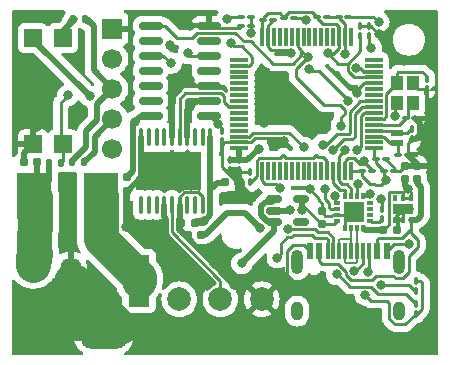
<source format=gtl>
G04 #@! TF.GenerationSoftware,KiCad,Pcbnew,7.0.2-0*
G04 #@! TF.CreationDate,2023-04-23T22:33:30-05:00*
G04 #@! TF.ProjectId,spud_glo_mini,73707564-5f67-46c6-9f5f-6d696e692e6b,rev?*
G04 #@! TF.SameCoordinates,Original*
G04 #@! TF.FileFunction,Copper,L1,Top*
G04 #@! TF.FilePolarity,Positive*
%FSLAX46Y46*%
G04 Gerber Fmt 4.6, Leading zero omitted, Abs format (unit mm)*
G04 Created by KiCad (PCBNEW 7.0.2-0) date 2023-04-23 22:33:30*
%MOMM*%
%LPD*%
G01*
G04 APERTURE LIST*
G04 Aperture macros list*
%AMRoundRect*
0 Rectangle with rounded corners*
0 $1 Rounding radius*
0 $2 $3 $4 $5 $6 $7 $8 $9 X,Y pos of 4 corners*
0 Add a 4 corners polygon primitive as box body*
4,1,4,$2,$3,$4,$5,$6,$7,$8,$9,$2,$3,0*
0 Add four circle primitives for the rounded corners*
1,1,$1+$1,$2,$3*
1,1,$1+$1,$4,$5*
1,1,$1+$1,$6,$7*
1,1,$1+$1,$8,$9*
0 Add four rect primitives between the rounded corners*
20,1,$1+$1,$2,$3,$4,$5,0*
20,1,$1+$1,$4,$5,$6,$7,0*
20,1,$1+$1,$6,$7,$8,$9,0*
20,1,$1+$1,$8,$9,$2,$3,0*%
G04 Aperture macros list end*
G04 #@! TA.AperFunction,SMDPad,CuDef*
%ADD10RoundRect,0.100000X-0.100000X0.637500X-0.100000X-0.637500X0.100000X-0.637500X0.100000X0.637500X0*%
G04 #@! TD*
G04 #@! TA.AperFunction,SMDPad,CuDef*
%ADD11R,1.500000X1.500000*%
G04 #@! TD*
G04 #@! TA.AperFunction,SMDPad,CuDef*
%ADD12RoundRect,0.150000X0.825000X0.150000X-0.825000X0.150000X-0.825000X-0.150000X0.825000X-0.150000X0*%
G04 #@! TD*
G04 #@! TA.AperFunction,SMDPad,CuDef*
%ADD13RoundRect,0.100000X0.100000X-0.217500X0.100000X0.217500X-0.100000X0.217500X-0.100000X-0.217500X0*%
G04 #@! TD*
G04 #@! TA.AperFunction,SMDPad,CuDef*
%ADD14RoundRect,0.100000X-0.100000X0.217500X-0.100000X-0.217500X0.100000X-0.217500X0.100000X0.217500X0*%
G04 #@! TD*
G04 #@! TA.AperFunction,ComponentPad*
%ADD15R,1.700000X1.700000*%
G04 #@! TD*
G04 #@! TA.AperFunction,ComponentPad*
%ADD16C,1.700000*%
G04 #@! TD*
G04 #@! TA.AperFunction,SMDPad,CuDef*
%ADD17RoundRect,0.155000X0.155000X-0.212500X0.155000X0.212500X-0.155000X0.212500X-0.155000X-0.212500X0*%
G04 #@! TD*
G04 #@! TA.AperFunction,SMDPad,CuDef*
%ADD18RoundRect,0.155000X-0.155000X0.212500X-0.155000X-0.212500X0.155000X-0.212500X0.155000X0.212500X0*%
G04 #@! TD*
G04 #@! TA.AperFunction,SMDPad,CuDef*
%ADD19R,3.000000X4.000000*%
G04 #@! TD*
G04 #@! TA.AperFunction,ComponentPad*
%ADD20R,1.800000X4.400000*%
G04 #@! TD*
G04 #@! TA.AperFunction,ComponentPad*
%ADD21O,1.800000X4.000000*%
G04 #@! TD*
G04 #@! TA.AperFunction,ComponentPad*
%ADD22O,4.000000X1.800000*%
G04 #@! TD*
G04 #@! TA.AperFunction,SMDPad,CuDef*
%ADD23RoundRect,0.155000X0.212500X0.155000X-0.212500X0.155000X-0.212500X-0.155000X0.212500X-0.155000X0*%
G04 #@! TD*
G04 #@! TA.AperFunction,SMDPad,CuDef*
%ADD24RoundRect,0.100000X-0.217500X-0.100000X0.217500X-0.100000X0.217500X0.100000X-0.217500X0.100000X0*%
G04 #@! TD*
G04 #@! TA.AperFunction,SMDPad,CuDef*
%ADD25RoundRect,0.155000X-0.212500X-0.155000X0.212500X-0.155000X0.212500X0.155000X-0.212500X0.155000X0*%
G04 #@! TD*
G04 #@! TA.AperFunction,SMDPad,CuDef*
%ADD26RoundRect,0.075000X0.700000X0.075000X-0.700000X0.075000X-0.700000X-0.075000X0.700000X-0.075000X0*%
G04 #@! TD*
G04 #@! TA.AperFunction,SMDPad,CuDef*
%ADD27RoundRect,0.075000X0.075000X0.700000X-0.075000X0.700000X-0.075000X-0.700000X0.075000X-0.700000X0*%
G04 #@! TD*
G04 #@! TA.AperFunction,SMDPad,CuDef*
%ADD28R,1.000000X1.200000*%
G04 #@! TD*
G04 #@! TA.AperFunction,SMDPad,CuDef*
%ADD29R,0.400000X0.470000*%
G04 #@! TD*
G04 #@! TA.AperFunction,SMDPad,CuDef*
%ADD30R,1.700000X0.950000*%
G04 #@! TD*
G04 #@! TA.AperFunction,SMDPad,CuDef*
%ADD31R,0.600000X1.450000*%
G04 #@! TD*
G04 #@! TA.AperFunction,SMDPad,CuDef*
%ADD32R,0.300000X1.450000*%
G04 #@! TD*
G04 #@! TA.AperFunction,ComponentPad*
%ADD33O,1.000000X2.100000*%
G04 #@! TD*
G04 #@! TA.AperFunction,ComponentPad*
%ADD34O,1.000000X1.600000*%
G04 #@! TD*
G04 #@! TA.AperFunction,SMDPad,CuDef*
%ADD35RoundRect,0.100000X0.217500X0.100000X-0.217500X0.100000X-0.217500X-0.100000X0.217500X-0.100000X0*%
G04 #@! TD*
G04 #@! TA.AperFunction,ComponentPad*
%ADD36C,2.000000*%
G04 #@! TD*
G04 #@! TA.AperFunction,SMDPad,CuDef*
%ADD37RoundRect,0.135000X0.135000X0.185000X-0.135000X0.185000X-0.135000X-0.185000X0.135000X-0.185000X0*%
G04 #@! TD*
G04 #@! TA.AperFunction,SMDPad,CuDef*
%ADD38R,1.140000X0.575000*%
G04 #@! TD*
G04 #@! TA.AperFunction,SMDPad,CuDef*
%ADD39RoundRect,0.135000X-0.135000X-0.185000X0.135000X-0.185000X0.135000X0.185000X-0.135000X0.185000X0*%
G04 #@! TD*
G04 #@! TA.AperFunction,SMDPad,CuDef*
%ADD40RoundRect,0.150000X-0.512500X-0.150000X0.512500X-0.150000X0.512500X0.150000X-0.512500X0.150000X0*%
G04 #@! TD*
G04 #@! TA.AperFunction,SMDPad,CuDef*
%ADD41R,0.625000X0.300000*%
G04 #@! TD*
G04 #@! TA.AperFunction,SMDPad,CuDef*
%ADD42R,0.300000X0.625000*%
G04 #@! TD*
G04 #@! TA.AperFunction,SMDPad,CuDef*
%ADD43R,1.700000X1.700000*%
G04 #@! TD*
G04 #@! TA.AperFunction,ViaPad*
%ADD44C,0.800000*%
G04 #@! TD*
G04 #@! TA.AperFunction,ViaPad*
%ADD45C,1.600000*%
G04 #@! TD*
G04 #@! TA.AperFunction,Conductor*
%ADD46C,0.250000*%
G04 #@! TD*
G04 #@! TA.AperFunction,Conductor*
%ADD47C,0.500000*%
G04 #@! TD*
G04 #@! TA.AperFunction,Conductor*
%ADD48C,3.000000*%
G04 #@! TD*
G04 #@! TA.AperFunction,Conductor*
%ADD49C,0.200000*%
G04 #@! TD*
G04 APERTURE END LIST*
D10*
X159785000Y-111117500D03*
X159135000Y-111117500D03*
X158485000Y-111117500D03*
X157835000Y-111117500D03*
X157185000Y-111117500D03*
X156535000Y-111117500D03*
X155885000Y-111117500D03*
X155235000Y-111117500D03*
X154585000Y-111117500D03*
X153935000Y-111117500D03*
X153935000Y-116842500D03*
X154585000Y-116842500D03*
X155235000Y-116842500D03*
X155885000Y-116842500D03*
X156535000Y-116842500D03*
X157185000Y-116842500D03*
X157835000Y-116842500D03*
X158485000Y-116842500D03*
X159135000Y-116842500D03*
X159785000Y-116842500D03*
D11*
X147310000Y-102710000D03*
X144770000Y-102710000D03*
X144770000Y-111710000D03*
X147310000Y-111710000D03*
D12*
X159675000Y-109270000D03*
X159675000Y-108000000D03*
X159675000Y-106730000D03*
X159675000Y-105460000D03*
X159675000Y-104190000D03*
X159675000Y-102920000D03*
X159675000Y-101650000D03*
X154725000Y-101650000D03*
X154725000Y-102920000D03*
X154725000Y-104190000D03*
X154725000Y-105460000D03*
X154725000Y-106730000D03*
X154725000Y-108000000D03*
X154725000Y-109270000D03*
D13*
X172490000Y-101695000D03*
X172490000Y-102510000D03*
D14*
X177190400Y-123317000D03*
X177190400Y-124132000D03*
D15*
X151480000Y-101930000D03*
D16*
X151480000Y-104470000D03*
X151480000Y-107010000D03*
X151480000Y-109550000D03*
X151480000Y-112090000D03*
D17*
X176290000Y-114655000D03*
X176290000Y-113520000D03*
D18*
X152690000Y-114492500D03*
X152690000Y-115627500D03*
D17*
X169220000Y-118467500D03*
X169220000Y-117332500D03*
D19*
X150490000Y-116070000D03*
X144890000Y-116070000D03*
D13*
X173240000Y-102520000D03*
X173240000Y-101705000D03*
D20*
X153750000Y-123270000D03*
D21*
X147950000Y-123270000D03*
D22*
X150750000Y-128070000D03*
D23*
X145135000Y-113240000D03*
X144000000Y-113240000D03*
D14*
X176880000Y-110412500D03*
X176880000Y-111227500D03*
D24*
X175702500Y-112580000D03*
X176517500Y-112580000D03*
X166050000Y-101020000D03*
X166865000Y-101020000D03*
D25*
X174440000Y-118990000D03*
X175575000Y-118990000D03*
D26*
X173595000Y-112050000D03*
X173595000Y-111550000D03*
X173595000Y-111050000D03*
X173595000Y-110550000D03*
X173595000Y-110050000D03*
X173595000Y-109550000D03*
X173595000Y-109050000D03*
X173595000Y-108550000D03*
X173595000Y-108050000D03*
X173595000Y-107550000D03*
X173595000Y-107050000D03*
X173595000Y-106550000D03*
X173595000Y-106050000D03*
X173595000Y-105550000D03*
X173595000Y-105050000D03*
X173595000Y-104550000D03*
D27*
X171670000Y-102625000D03*
X171170000Y-102625000D03*
X170670000Y-102625000D03*
X170170000Y-102625000D03*
X169670000Y-102625000D03*
X169170000Y-102625000D03*
X168670000Y-102625000D03*
X168170000Y-102625000D03*
X167670000Y-102625000D03*
X167170000Y-102625000D03*
X166670000Y-102625000D03*
X166170000Y-102625000D03*
X165670000Y-102625000D03*
X165170000Y-102625000D03*
X164670000Y-102625000D03*
X164170000Y-102625000D03*
D26*
X162245000Y-104550000D03*
X162245000Y-105050000D03*
X162245000Y-105550000D03*
X162245000Y-106050000D03*
X162245000Y-106550000D03*
X162245000Y-107050000D03*
X162245000Y-107550000D03*
X162245000Y-108050000D03*
X162245000Y-108550000D03*
X162245000Y-109050000D03*
X162245000Y-109550000D03*
X162245000Y-110050000D03*
X162245000Y-110550000D03*
X162245000Y-111050000D03*
X162245000Y-111550000D03*
X162245000Y-112050000D03*
D27*
X164170000Y-113975000D03*
X164670000Y-113975000D03*
X165170000Y-113975000D03*
X165670000Y-113975000D03*
X166170000Y-113975000D03*
X166670000Y-113975000D03*
X167170000Y-113975000D03*
X167670000Y-113975000D03*
X168170000Y-113975000D03*
X168670000Y-113975000D03*
X169170000Y-113975000D03*
X169670000Y-113975000D03*
X170170000Y-113975000D03*
X170670000Y-113975000D03*
X171170000Y-113975000D03*
X171670000Y-113975000D03*
D24*
X168815000Y-100910000D03*
X169630000Y-100910000D03*
D28*
X175610000Y-106522500D03*
X175610000Y-108222500D03*
X176910000Y-108222500D03*
X176910000Y-106522500D03*
D29*
X175450000Y-118095000D03*
X176100000Y-118095000D03*
X176750000Y-118095000D03*
X176750000Y-116265000D03*
X176100000Y-116265000D03*
X175450000Y-116265000D03*
D30*
X176100000Y-117180000D03*
D14*
X162240000Y-113055000D03*
X162240000Y-113870000D03*
D31*
X168200000Y-120730000D03*
X169000000Y-120730000D03*
D32*
X170200000Y-120730000D03*
X171200000Y-120730000D03*
X171700000Y-120730000D03*
X172700000Y-120730000D03*
D31*
X173900000Y-120730000D03*
X174700000Y-120730000D03*
X174700000Y-120730000D03*
X173900000Y-120730000D03*
D32*
X173200000Y-120730000D03*
X172200000Y-120730000D03*
X170700000Y-120730000D03*
X169700000Y-120730000D03*
D31*
X169000000Y-120730000D03*
X168200000Y-120730000D03*
D33*
X167130000Y-121645000D03*
D34*
X167130000Y-125825000D03*
D33*
X175770000Y-121645000D03*
D34*
X175770000Y-125825000D03*
D35*
X171460000Y-100900000D03*
X170645000Y-100900000D03*
D36*
X157140000Y-124830000D03*
X160640000Y-124830000D03*
X164140000Y-124830000D03*
D37*
X149190000Y-101110000D03*
X148170000Y-101110000D03*
D24*
X162372500Y-100890000D03*
X163187500Y-100890000D03*
D14*
X178090000Y-106185000D03*
X178090000Y-107000000D03*
D24*
X176335000Y-109510000D03*
X177150000Y-109510000D03*
D35*
X163187500Y-101660000D03*
X162372500Y-101660000D03*
D13*
X177190400Y-126036600D03*
X177190400Y-125221600D03*
D24*
X164232500Y-101150000D03*
X165047500Y-101150000D03*
X172620000Y-114000000D03*
X173435000Y-114000000D03*
D23*
X158985000Y-119350000D03*
X157850000Y-119350000D03*
D14*
X160790000Y-110612500D03*
X160790000Y-111427500D03*
D38*
X175580000Y-111602500D03*
X175580000Y-110777500D03*
D24*
X173841250Y-112980000D03*
X174656250Y-112980000D03*
D14*
X161470000Y-113055000D03*
X161470000Y-113870000D03*
D13*
X174330000Y-118007500D03*
X174330000Y-117192500D03*
D17*
X177280000Y-114665000D03*
X177280000Y-113530000D03*
D39*
X148100000Y-113240000D03*
X149120000Y-113240000D03*
X146130000Y-113250000D03*
X147150000Y-113250000D03*
D24*
X174482500Y-113990000D03*
X175297500Y-113990000D03*
D40*
X165212500Y-116380000D03*
X165212500Y-117330000D03*
X165212500Y-118280000D03*
X167487500Y-118280000D03*
X167487500Y-116380000D03*
D13*
X163110000Y-114907500D03*
X163110000Y-114092500D03*
D23*
X158465000Y-118330000D03*
X157330000Y-118330000D03*
D25*
X161010600Y-114884200D03*
X162145600Y-114884200D03*
D41*
X173302500Y-118210000D03*
X173302500Y-117710000D03*
X173302500Y-117210000D03*
X173302500Y-116710000D03*
D42*
X172695000Y-116042500D03*
X172195000Y-116042500D03*
X171695000Y-116042500D03*
X171195000Y-116042500D03*
D41*
X170527500Y-116710000D03*
X170527500Y-117210000D03*
X170527500Y-117710000D03*
X170527500Y-118210000D03*
D42*
X171195000Y-118817500D03*
X171695000Y-118817500D03*
X172195000Y-118817500D03*
X172695000Y-118817500D03*
D43*
X171920000Y-117435000D03*
D44*
X168157347Y-105372653D03*
X161780000Y-123660000D03*
X173415000Y-103575000D03*
X174039500Y-102351552D03*
X167898000Y-101212000D03*
X168090000Y-104280000D03*
X174039950Y-101352050D03*
X176640000Y-117150000D03*
X169770000Y-104010000D03*
X171150000Y-104090000D03*
X160530000Y-120290000D03*
X170870500Y-110125500D03*
X171198527Y-112188241D03*
X157911800Y-104013000D03*
X173295048Y-115908724D03*
X172120000Y-105210000D03*
X172320000Y-115100000D03*
X171447456Y-108057451D03*
X165451531Y-121295055D03*
X172222038Y-112170539D03*
X170305000Y-116115000D03*
X170191085Y-112171085D03*
X169470000Y-115520000D03*
X169287518Y-111743802D03*
X176640000Y-120130000D03*
D45*
X151560000Y-126020000D03*
D44*
X159477141Y-123731744D03*
X176179500Y-104623832D03*
X165980000Y-111444500D03*
X158051500Y-106235500D03*
X174200500Y-116332000D03*
X158100000Y-108580000D03*
X172796200Y-113106200D03*
X145080000Y-110280000D03*
X156370000Y-103310000D03*
X164530000Y-105590000D03*
X175720000Y-117180000D03*
X158038800Y-101650000D03*
X163310000Y-116250000D03*
X171560000Y-117070000D03*
X168196332Y-115506671D03*
X172188930Y-107387210D03*
X166615623Y-103999500D03*
X152660000Y-118740000D03*
X164340000Y-109900000D03*
X148650000Y-109130000D03*
D45*
X148350000Y-126370000D03*
D44*
X168450000Y-124900000D03*
X168480000Y-109980000D03*
D45*
X150190000Y-124590000D03*
D44*
X148400000Y-104350000D03*
X172310000Y-117770000D03*
X166550000Y-117280000D03*
X175419424Y-109325500D03*
X160422500Y-110017500D03*
X163860000Y-112110000D03*
X172890801Y-124473300D03*
X171976752Y-122454500D03*
X164000507Y-118830410D03*
X167549503Y-117280000D03*
X174680000Y-114740000D03*
X161188400Y-101100500D03*
X176517300Y-115481100D03*
X149550000Y-107620000D03*
X156460000Y-104840000D03*
X147720000Y-107570000D03*
D45*
X145110000Y-122120000D03*
D44*
X159281408Y-118211408D03*
X162450000Y-121790000D03*
D45*
X145540000Y-119050000D03*
D44*
X153370711Y-109790711D03*
D45*
X144190000Y-120280000D03*
D44*
X161530000Y-103130000D03*
X163187500Y-102252500D03*
X165660000Y-115420000D03*
X170468801Y-122723399D03*
X166350000Y-118843673D03*
X174257652Y-123614500D03*
X173140000Y-122500000D03*
X167690000Y-111960000D03*
D46*
X163310000Y-116137277D02*
X160790000Y-113617277D01*
D47*
X163310000Y-116250000D02*
X162460000Y-115400000D01*
X162460000Y-115400000D02*
X162460000Y-114860000D01*
X162460000Y-114860000D02*
X161470000Y-113870000D01*
D46*
X163310000Y-116250000D02*
X163310000Y-116137277D01*
X160790000Y-113617277D02*
X160790000Y-111427500D01*
D47*
X161209898Y-117485000D02*
X162690000Y-117485000D01*
X162690000Y-117519903D02*
X164000507Y-118830410D01*
X162690000Y-117485000D02*
X162690000Y-117519903D01*
X158985000Y-119350000D02*
X159344898Y-119350000D01*
X159344898Y-119350000D02*
X161209898Y-117485000D01*
D46*
X159135000Y-116842500D02*
X159135000Y-116153959D01*
X159135000Y-116153959D02*
X158761041Y-115780000D01*
X158761041Y-115780000D02*
X157558959Y-115780000D01*
X157558959Y-115780000D02*
X157185000Y-116153959D01*
X157185000Y-116153959D02*
X157185000Y-116842500D01*
D47*
X152660000Y-118740000D02*
X152610000Y-118690000D01*
X152610000Y-118690000D02*
X152610000Y-116652183D01*
X152660000Y-118740000D02*
X152660000Y-115657500D01*
X152660000Y-115657500D02*
X152690000Y-115627500D01*
X152690000Y-115627500D02*
X152778099Y-115627500D01*
X153935000Y-114470599D02*
X153935000Y-111117500D01*
X152778099Y-115627500D02*
X153935000Y-114470599D01*
D46*
X158546000Y-106730000D02*
X157460000Y-106730000D01*
X157460000Y-106730000D02*
X157170000Y-107020000D01*
D47*
X156535000Y-108274600D02*
X156599600Y-108210000D01*
X156535000Y-111117500D02*
X156535000Y-108274600D01*
X156599600Y-108210000D02*
X156599600Y-107590400D01*
X156599600Y-107590400D02*
X157170000Y-107020000D01*
X157847772Y-108000000D02*
X157847772Y-108832228D01*
X157847772Y-108832228D02*
X157835000Y-108845000D01*
X159675000Y-108000000D02*
X157847772Y-108000000D01*
X159675000Y-108000000D02*
X158680000Y-108000000D01*
X158680000Y-108000000D02*
X158100000Y-108580000D01*
X157835000Y-111117500D02*
X157835000Y-108845000D01*
X157835000Y-108845000D02*
X158100000Y-108580000D01*
D46*
X168200000Y-120730000D02*
X167740000Y-120270000D01*
X167740000Y-120270000D02*
X166788274Y-120270000D01*
X166300000Y-122750000D02*
X168450000Y-124900000D01*
X166788274Y-120270000D02*
X166300000Y-120758274D01*
X166300000Y-120758274D02*
X166300000Y-122750000D01*
D47*
X147940000Y-101480000D02*
X148310000Y-101110000D01*
X147310000Y-102110000D02*
X147940000Y-101480000D01*
X147940000Y-101480000D02*
X147940000Y-101340000D01*
X147940000Y-101340000D02*
X148170000Y-101110000D01*
X149580000Y-101360000D02*
X149330000Y-101110000D01*
X149890000Y-101670000D02*
X149580000Y-101360000D01*
X149580000Y-101360000D02*
X149440000Y-101360000D01*
X149440000Y-101360000D02*
X149190000Y-101110000D01*
D46*
X168960000Y-105460000D02*
X168244694Y-105460000D01*
X168244694Y-105460000D02*
X168157347Y-105372653D01*
X171447456Y-108057451D02*
X171447456Y-107947456D01*
X171447456Y-107947456D02*
X168960000Y-105460000D01*
X170722456Y-108357756D02*
X169407756Y-108357756D01*
X170870500Y-109419500D02*
X171145000Y-109145000D01*
X170870500Y-110125500D02*
X170870500Y-109419500D01*
X171145000Y-109145000D02*
X171145000Y-108780300D01*
X171145000Y-108780300D02*
X170722456Y-108357756D01*
X169407756Y-108357756D02*
X167040000Y-105990000D01*
X167040000Y-105990000D02*
X167040000Y-105330000D01*
X167040000Y-105330000D02*
X168090000Y-104280000D01*
X171395000Y-104870305D02*
X170630305Y-104870305D01*
X170630305Y-104870305D02*
X169770000Y-104010000D01*
D47*
X155960000Y-117910000D02*
X155885000Y-117835000D01*
X155885000Y-117835000D02*
X155885000Y-116842500D01*
X159995609Y-123423781D02*
X155960000Y-119388173D01*
X155960000Y-119388173D02*
X155960000Y-117910000D01*
X159477141Y-123731744D02*
X159687646Y-123731744D01*
X159687646Y-123731744D02*
X159995609Y-123423781D01*
X157110000Y-118911827D02*
X157185000Y-118836827D01*
X157185000Y-118836827D02*
X157185000Y-116842500D01*
X161780000Y-123660000D02*
X161780000Y-123581827D01*
X157110000Y-118911827D02*
X157110000Y-118900000D01*
X161780000Y-123581827D02*
X157110000Y-118911827D01*
D46*
X160025584Y-121985584D02*
X161090000Y-123050000D01*
X159419302Y-122670698D02*
X160190000Y-123441396D01*
X156535000Y-116842500D02*
X156535000Y-119150000D01*
X156535000Y-119150000D02*
X160640000Y-123255000D01*
X160640000Y-123255000D02*
X160640000Y-124830000D01*
D47*
X147310000Y-102710000D02*
X147310000Y-102110000D01*
D46*
X174039500Y-102351552D02*
X174014147Y-102351552D01*
X174014147Y-102351552D02*
X173367595Y-101705000D01*
X173367595Y-101705000D02*
X173240000Y-101705000D01*
X173240000Y-103400000D02*
X173415000Y-103575000D01*
X173240000Y-102520000D02*
X173240000Y-103400000D01*
X174039950Y-101352050D02*
X173587900Y-100900000D01*
X173587900Y-100900000D02*
X171460000Y-100900000D01*
X173240000Y-101705000D02*
X172500000Y-101705000D01*
X172500000Y-101705000D02*
X172490000Y-101695000D01*
X176910000Y-106522500D02*
X177387500Y-107000000D01*
X177387500Y-107000000D02*
X178090000Y-107000000D01*
X178090000Y-106185000D02*
X178090000Y-105952500D01*
X178090000Y-105952500D02*
X177735000Y-105597500D01*
X177735000Y-105597500D02*
X175685000Y-105597500D01*
X175685000Y-105597500D02*
X175610000Y-105672500D01*
X175610000Y-105672500D02*
X175610000Y-106522500D01*
X167898000Y-101212000D02*
X167862000Y-101212000D01*
X167862000Y-101212000D02*
X167670000Y-101020000D01*
X167670000Y-101020000D02*
X166865000Y-101020000D01*
X166050000Y-101020000D02*
X166050000Y-100916459D01*
X166050000Y-100916459D02*
X166478959Y-100487500D01*
X166478959Y-100487500D02*
X168392500Y-100487500D01*
X168392500Y-100487500D02*
X168815000Y-100910000D01*
X164232500Y-101150000D02*
X164232500Y-101046459D01*
X164232500Y-101046459D02*
X164653959Y-100625000D01*
X164653959Y-100625000D02*
X165655000Y-100625000D01*
X165655000Y-100625000D02*
X166050000Y-101020000D01*
X168090000Y-104280000D02*
X167984315Y-104280000D01*
X167170000Y-103465685D02*
X167170000Y-102625000D01*
X167984315Y-104280000D02*
X167170000Y-103465685D01*
X173595000Y-106050000D02*
X171934695Y-106050000D01*
X172490000Y-103775305D02*
X172490000Y-102510000D01*
X171934695Y-106050000D02*
X171395000Y-105510305D01*
X171395000Y-105510305D02*
X171395000Y-104870305D01*
X171395000Y-104870305D02*
X172490000Y-103775305D01*
X172120000Y-105210000D02*
X172414315Y-105210000D01*
X172414315Y-105210000D02*
X172754315Y-105550000D01*
X172754315Y-105550000D02*
X173595000Y-105550000D01*
D47*
X177150000Y-109510000D02*
X177530000Y-109890000D01*
X177530000Y-110857817D02*
X177160317Y-111227500D01*
X177530000Y-109890000D02*
X177530000Y-110857817D01*
X177160317Y-111227500D02*
X176880000Y-111227500D01*
X176750000Y-118105000D02*
X177250000Y-118105000D01*
X177250000Y-118105000D02*
X177600000Y-117755000D01*
X177600000Y-115300000D02*
X177280000Y-114980000D01*
X177600000Y-117755000D02*
X177600000Y-115300000D01*
X177280000Y-114980000D02*
X177280000Y-114665000D01*
X177280000Y-113530000D02*
X177280000Y-113342500D01*
X177280000Y-113342500D02*
X176517500Y-112580000D01*
X177280000Y-113530000D02*
X176300000Y-113530000D01*
X176300000Y-113530000D02*
X176290000Y-113520000D01*
D46*
X174695000Y-107437500D02*
X175610000Y-106522500D01*
X174695000Y-109315000D02*
X174695000Y-107437500D01*
X173595000Y-109550000D02*
X174460000Y-109550000D01*
X174460000Y-109550000D02*
X174695000Y-109315000D01*
X173595000Y-110050000D02*
X175795000Y-110050000D01*
X175795000Y-110050000D02*
X176335000Y-109510000D01*
X176910000Y-108222500D02*
X176507500Y-108625000D01*
X176507500Y-108625000D02*
X176507500Y-109337500D01*
X176507500Y-109337500D02*
X176335000Y-109510000D01*
X175419424Y-109325500D02*
X175419424Y-108413076D01*
X175419424Y-108413076D02*
X175610000Y-108222500D01*
X169000000Y-120730000D02*
X169000000Y-121555000D01*
X170600000Y-121830000D02*
X171251752Y-122481752D01*
X171251752Y-122481752D02*
X171251752Y-122754805D01*
X175298274Y-122890000D02*
X175428274Y-123020000D01*
X175428274Y-123020000D02*
X176111726Y-123020000D01*
X169275000Y-121830000D02*
X170600000Y-121830000D01*
X169000000Y-121555000D02*
X169275000Y-121830000D01*
X171251752Y-122754805D02*
X171721947Y-123225000D01*
X171721947Y-123225000D02*
X173440305Y-123225000D01*
X173440305Y-123225000D02*
X173775305Y-122890000D01*
X173775305Y-122890000D02*
X175298274Y-122890000D01*
X176111726Y-123020000D02*
X176595000Y-122536726D01*
X176595000Y-122536726D02*
X176595000Y-121200305D01*
X176595000Y-121200305D02*
X177365000Y-120430305D01*
X177365000Y-120430305D02*
X177365000Y-119829695D01*
X177365000Y-119829695D02*
X176750000Y-119214695D01*
X176750000Y-119214695D02*
X176750000Y-118095000D01*
X173900000Y-120730000D02*
X173900000Y-119755000D01*
X174030000Y-119625000D02*
X175986323Y-119625000D01*
X173900000Y-119755000D02*
X174030000Y-119625000D01*
X176750000Y-118861323D02*
X176750000Y-118095000D01*
X175986323Y-119625000D02*
X176750000Y-118861323D01*
X171170000Y-102625000D02*
X171170000Y-101528541D01*
X171170000Y-101528541D02*
X170645000Y-101003541D01*
X170645000Y-101003541D02*
X170645000Y-100900000D01*
X169630000Y-100910000D02*
X170635000Y-100910000D01*
X170635000Y-100910000D02*
X170645000Y-100900000D01*
X168815000Y-100910000D02*
X168815000Y-101013541D01*
X168815000Y-101013541D02*
X169326459Y-101525000D01*
X169326459Y-101525000D02*
X170410685Y-101525000D01*
X170410685Y-101525000D02*
X170670000Y-101784315D01*
X170670000Y-101784315D02*
X170670000Y-102625000D01*
X169780000Y-104020000D02*
X169770000Y-104010000D01*
X169780000Y-104020000D02*
X170194695Y-104020000D01*
X170670000Y-103544695D02*
X170194695Y-104020000D01*
X170670000Y-102625000D02*
X170670000Y-103544695D01*
X171170000Y-104070000D02*
X171150000Y-104090000D01*
X171170000Y-102625000D02*
X171170000Y-104070000D01*
X147310000Y-111710000D02*
X147120000Y-111520000D01*
X147120000Y-108170000D02*
X147720000Y-107570000D01*
X147120000Y-111520000D02*
X147120000Y-108170000D01*
X175580000Y-111602500D02*
X175022500Y-111602500D01*
X175702500Y-111725000D02*
X175580000Y-111602500D01*
X175702500Y-112580000D02*
X175702500Y-111725000D01*
X174470000Y-111050000D02*
X173595000Y-111050000D01*
X175022500Y-111602500D02*
X174470000Y-111050000D01*
X173595000Y-110550000D02*
X175352500Y-110550000D01*
X175352500Y-110550000D02*
X175580000Y-110777500D01*
X176880000Y-110412500D02*
X176776459Y-110412500D01*
X176411459Y-110777500D02*
X175580000Y-110777500D01*
X176776459Y-110412500D02*
X176411459Y-110777500D01*
X173372500Y-118245000D02*
X174092500Y-118245000D01*
X174092500Y-118245000D02*
X174330000Y-118007500D01*
X171695000Y-115478604D02*
X171316396Y-115100000D01*
X171695000Y-116042500D02*
X171695000Y-115478604D01*
X166740428Y-104900000D02*
X167454315Y-104186113D01*
X165104315Y-104900000D02*
X166740428Y-104900000D01*
X167454315Y-103750000D02*
X167170000Y-103465685D01*
X167454315Y-104186113D02*
X167454315Y-103750000D01*
X163194315Y-102990000D02*
X165104315Y-104900000D01*
X170670000Y-112716768D02*
X170670000Y-113975000D01*
X158256049Y-102692200D02*
X158653249Y-102295000D01*
X162600000Y-102990000D02*
X163194315Y-102990000D01*
X158653249Y-102295000D02*
X161905000Y-102295000D01*
X161905000Y-102295000D02*
X162600000Y-102990000D01*
X156972000Y-102692200D02*
X158256049Y-102692200D01*
X155929800Y-101650000D02*
X156972000Y-102692200D01*
X170954315Y-115100000D02*
X170670000Y-114815685D01*
X171316396Y-115100000D02*
X170954315Y-115100000D01*
X170670000Y-114815685D02*
X170670000Y-113975000D01*
X154725000Y-101650000D02*
X155929800Y-101650000D01*
X171198527Y-112188241D02*
X170670000Y-112716768D01*
X171130000Y-115550000D02*
X170767919Y-115550000D01*
X170767919Y-115550000D02*
X170170000Y-114952081D01*
X171195000Y-116042500D02*
X171195000Y-115615000D01*
X171195000Y-115615000D02*
X171130000Y-115550000D01*
X170170000Y-114952081D02*
X170170000Y-113975000D01*
X159675000Y-104190000D02*
X158088800Y-104190000D01*
X173295048Y-115908724D02*
X173161272Y-116042500D01*
X158088800Y-104190000D02*
X157911800Y-104013000D01*
X173161272Y-116042500D02*
X172695000Y-116042500D01*
X166650305Y-119568673D02*
X166863978Y-119355000D01*
X172495000Y-109309315D02*
X172754315Y-109050000D01*
X172195000Y-116042500D02*
X172195000Y-115225000D01*
X172195000Y-115225000D02*
X172320000Y-115100000D01*
X169555000Y-119610000D02*
X169700000Y-119755000D01*
X172222038Y-112170539D02*
X172495000Y-111897577D01*
X165728627Y-121017959D02*
X165728627Y-120111373D01*
X166863978Y-119355000D02*
X168424781Y-119355000D01*
X172754315Y-109050000D02*
X173595000Y-109050000D01*
X169700000Y-119755000D02*
X169700000Y-120730000D01*
X172495000Y-111897577D02*
X172495000Y-109309315D01*
X166271327Y-119568673D02*
X166650305Y-119568673D01*
X168424781Y-119355000D02*
X168679781Y-119610000D01*
X168679781Y-119610000D02*
X169555000Y-119610000D01*
X165451531Y-121295055D02*
X165728627Y-121017959D01*
X165728627Y-120111373D02*
X166271327Y-119568673D01*
X170305000Y-116695000D02*
X170305000Y-116350000D01*
X170320000Y-116710000D02*
X170305000Y-116695000D01*
X170305000Y-116350000D02*
X170305000Y-116115000D01*
X170191085Y-112171085D02*
X171062170Y-111300000D01*
X171062170Y-111300000D02*
X171810000Y-111300000D01*
X172045000Y-109122919D02*
X172617919Y-108550000D01*
X171810000Y-111300000D02*
X172045000Y-111065000D01*
X170527500Y-116710000D02*
X170320000Y-116710000D01*
X172617919Y-108550000D02*
X173595000Y-108550000D01*
X172045000Y-111065000D02*
X172045000Y-109122919D01*
X169855000Y-117100000D02*
X169855000Y-116695000D01*
X170527500Y-117210000D02*
X169965000Y-117210000D01*
X171595000Y-110775000D02*
X171595000Y-108936523D01*
X169287518Y-111743802D02*
X169593063Y-111743802D01*
X169470000Y-116310000D02*
X169470000Y-115520000D01*
X170486865Y-110850000D02*
X171520000Y-110850000D01*
X172481523Y-108050000D02*
X173595000Y-108050000D01*
X169965000Y-117210000D02*
X169855000Y-117100000D01*
X169593063Y-111743802D02*
X170486865Y-110850000D01*
X169855000Y-116695000D02*
X169470000Y-116310000D01*
X171520000Y-110850000D02*
X171595000Y-110775000D01*
X171595000Y-108936523D02*
X172481523Y-108050000D01*
X165980000Y-111444500D02*
X165705500Y-111170000D01*
D48*
X152140000Y-127200000D02*
X152170000Y-127200000D01*
D46*
X169220000Y-117430000D02*
X169220000Y-117332500D01*
X171429315Y-112875000D02*
X171910685Y-112875000D01*
X176517500Y-111590000D02*
X176880000Y-111227500D01*
D47*
X166500000Y-117330000D02*
X166550000Y-117280000D01*
D48*
X147950000Y-123270000D02*
X147950000Y-125270000D01*
D46*
X164929315Y-103725000D02*
X164670000Y-103465685D01*
D48*
X148510000Y-125830000D02*
X148350000Y-125670000D01*
X147950000Y-123270000D02*
X148210000Y-123270000D01*
X148350000Y-125670000D02*
X148350000Y-126370000D01*
D46*
X169530000Y-117740000D02*
X169220000Y-117430000D01*
X171910685Y-112875000D02*
X172330000Y-113294315D01*
X175450000Y-118095000D02*
X176100000Y-118095000D01*
X174200500Y-116332000D02*
X174330000Y-116461500D01*
X155885000Y-116842500D02*
X155885000Y-117710000D01*
D47*
X162145600Y-114545600D02*
X162145600Y-114884200D01*
D46*
X172796200Y-113257660D02*
X172796200Y-113106200D01*
D48*
X149195000Y-126515000D02*
X149880000Y-127200000D01*
D46*
X172188930Y-107115385D02*
X172754315Y-106550000D01*
X159675000Y-106735000D02*
X159865000Y-106925000D01*
X161145000Y-107186853D02*
X161145000Y-107015000D01*
D48*
X148350000Y-126370000D02*
X149050000Y-126370000D01*
D47*
X144000000Y-112480000D02*
X144770000Y-111710000D01*
D46*
X172330000Y-113294315D02*
X172330000Y-113350000D01*
X175575000Y-118990000D02*
X175575000Y-118220000D01*
X157330000Y-118330000D02*
X157185000Y-118185000D01*
D48*
X149050000Y-126370000D02*
X149195000Y-126515000D01*
D46*
X161145000Y-107015000D02*
X160860000Y-106730000D01*
D47*
X145080000Y-110280000D02*
X144770000Y-110590000D01*
D46*
X160082500Y-101825000D02*
X162207500Y-101825000D01*
X174330000Y-116461500D02*
X174330000Y-117192500D01*
X176100000Y-117180000D02*
X175450000Y-117830000D01*
X170527500Y-117710000D02*
X171645000Y-117710000D01*
X159675000Y-101650000D02*
X158038800Y-101650000D01*
X165705500Y-111170000D02*
X163602081Y-111170000D01*
X171170000Y-113134315D02*
X171429315Y-112875000D01*
X155885000Y-117710000D02*
X156085000Y-117910000D01*
X168196332Y-115506671D02*
X169020000Y-116330339D01*
X171195000Y-118160000D02*
X171920000Y-117435000D01*
X162462500Y-114092500D02*
X162240000Y-113870000D01*
X170080000Y-117740000D02*
X169530000Y-117740000D01*
D47*
X144770000Y-110590000D02*
X144770000Y-111710000D01*
D48*
X147950000Y-125270000D02*
X148510000Y-125830000D01*
D46*
X162245000Y-111550000D02*
X160912500Y-111550000D01*
X175297500Y-113990000D02*
X175297500Y-113670000D01*
X166615623Y-103999500D02*
X166341123Y-103725000D01*
X174750000Y-120730000D02*
X174700000Y-120730000D01*
X171645000Y-117710000D02*
X171920000Y-117435000D01*
X157185000Y-118185000D02*
X157185000Y-116842500D01*
X163110000Y-114092500D02*
X162462500Y-114092500D01*
X163222081Y-111550000D02*
X162245000Y-111550000D01*
X170527500Y-117710000D02*
X170110000Y-117710000D01*
X170110000Y-117710000D02*
X170080000Y-117740000D01*
X171195000Y-118817500D02*
X171195000Y-118160000D01*
X176517500Y-112580000D02*
X176517500Y-111590000D01*
X175820000Y-113990000D02*
X176290000Y-113520000D01*
X157185000Y-116842500D02*
X157185000Y-117710000D01*
X156985000Y-117910000D02*
X156985000Y-118930000D01*
X172330000Y-113350000D02*
X172888541Y-113350000D01*
D47*
X161470000Y-113870000D02*
X162145600Y-114545600D01*
D46*
X164670000Y-101631041D02*
X165047500Y-101253541D01*
X169020000Y-116496396D02*
X169220000Y-116696396D01*
X172188930Y-107387210D02*
X172188930Y-107115385D01*
X173435000Y-113896459D02*
X173435000Y-114000000D01*
D47*
X144000000Y-113240000D02*
X144000000Y-112480000D01*
D46*
X160912500Y-111550000D02*
X160790000Y-111427500D01*
X175450000Y-117830000D02*
X175450000Y-118095000D01*
X157134302Y-120385698D02*
X159009302Y-122260698D01*
X157850000Y-119350000D02*
X157850000Y-119828604D01*
X175350000Y-120130000D02*
X174750000Y-120730000D01*
X160883147Y-106925000D02*
X161145000Y-107186853D01*
D48*
X149880000Y-127200000D02*
X152140000Y-127200000D01*
D46*
X175575000Y-118220000D02*
X175450000Y-118095000D01*
X157850000Y-119828604D02*
X157868604Y-119828604D01*
X156085000Y-117910000D02*
X156085000Y-119336396D01*
D47*
X165212500Y-117330000D02*
X166500000Y-117330000D01*
D46*
X175297500Y-113990000D02*
X175820000Y-113990000D01*
X156985000Y-118930000D02*
X157597500Y-119542500D01*
X164670000Y-103465685D02*
X164670000Y-102625000D01*
X162207500Y-101825000D02*
X162372500Y-101660000D01*
X157185000Y-117710000D02*
X156985000Y-117910000D01*
X172754315Y-106550000D02*
X173595000Y-106550000D01*
X156085000Y-119336396D02*
X157134302Y-120385698D01*
X157868604Y-119828604D02*
X160025584Y-121985584D01*
X165047500Y-101253541D02*
X165047500Y-101150000D01*
X172888541Y-113350000D02*
X173037970Y-113499430D01*
X169220000Y-116696396D02*
X169220000Y-117332500D01*
X166341123Y-103725000D02*
X164929315Y-103725000D01*
X163602081Y-111170000D02*
X163222081Y-111550000D01*
X173037970Y-113499430D02*
X173435000Y-113896459D01*
X176100000Y-118095000D02*
X176100000Y-117180000D01*
X159009302Y-122260698D02*
X159419302Y-122670698D01*
X176640000Y-120130000D02*
X175350000Y-120130000D01*
X169020000Y-116330339D02*
X169020000Y-116496396D01*
D48*
X148210000Y-123270000D02*
X152140000Y-127200000D01*
D46*
X159675000Y-106730000D02*
X158546000Y-106730000D01*
X158051500Y-106235500D02*
X158546000Y-106730000D01*
X160860000Y-106730000D02*
X159675000Y-106730000D01*
X175297500Y-113670000D02*
X174607500Y-112980000D01*
X159865000Y-106925000D02*
X160883147Y-106925000D01*
X171170000Y-113975000D02*
X171170000Y-113134315D01*
D47*
X161470000Y-113870000D02*
X162240000Y-113870000D01*
D46*
X164670000Y-102625000D02*
X164670000Y-101631041D01*
X173037970Y-113499430D02*
X172796200Y-113257660D01*
X172620000Y-114000000D02*
X172620000Y-114374695D01*
X174752000Y-124942600D02*
X174945000Y-125135600D01*
X172620000Y-114000000D02*
X171695000Y-114000000D01*
X174945000Y-125135600D02*
X174945000Y-126466726D01*
D47*
X167549503Y-116602003D02*
X167307500Y-116360000D01*
D46*
X177715400Y-123435400D02*
X177715400Y-125615141D01*
X173770000Y-113300000D02*
X173770000Y-113002500D01*
X173595000Y-112782500D02*
X173792500Y-112980000D01*
X172620000Y-114374695D02*
X173313977Y-115068672D01*
X174482500Y-114542500D02*
X174680000Y-114740000D01*
D47*
X167549503Y-117280000D02*
X167549503Y-116602003D01*
D46*
X167487500Y-116380000D02*
X167487500Y-116735000D01*
X170270000Y-118467500D02*
X170527500Y-118210000D01*
X164170000Y-102625000D02*
X164170000Y-101212500D01*
X175428274Y-126950000D02*
X176277000Y-126950000D01*
X174482500Y-113990000D02*
X174482500Y-114542500D01*
X169220000Y-118467500D02*
X170270000Y-118467500D01*
X173360101Y-124942600D02*
X174752000Y-124942600D01*
X160422500Y-110017500D02*
X159675000Y-109270000D01*
X174460000Y-113990000D02*
X173770000Y-113300000D01*
D47*
X162915000Y-113055000D02*
X163860000Y-112110000D01*
D46*
X172700000Y-121806040D02*
X172700000Y-120730000D01*
X174482500Y-113990000D02*
X174460000Y-113990000D01*
X173595000Y-112050000D02*
X173595000Y-112782500D01*
X177715400Y-125615141D02*
X177293941Y-126036600D01*
D47*
X162240000Y-113055000D02*
X162240000Y-112150000D01*
D46*
X177293941Y-126036600D02*
X177190400Y-126036600D01*
X173778988Y-115189000D02*
X174231000Y-115189000D01*
D47*
X162240000Y-113055000D02*
X162915000Y-113055000D01*
D46*
X174945000Y-126466726D02*
X175428274Y-126950000D01*
X167487500Y-116735000D02*
X169220000Y-118467500D01*
X177190400Y-123317000D02*
X177597000Y-123317000D01*
X171695000Y-114000000D02*
X171670000Y-113975000D01*
X160790000Y-110385000D02*
X160422500Y-110017500D01*
X176277000Y-126950000D02*
X177190400Y-126036600D01*
X171976752Y-122454500D02*
X172051540Y-122454500D01*
X160790000Y-110612500D02*
X160790000Y-110385000D01*
X173658660Y-115068672D02*
X173778988Y-115189000D01*
X177597000Y-123317000D02*
X177715400Y-123435400D01*
X173313977Y-115068672D02*
X173658660Y-115068672D01*
D47*
X162240000Y-113055000D02*
X161470000Y-113055000D01*
D46*
X173770000Y-113002500D02*
X173792500Y-112980000D01*
X172890801Y-124473300D02*
X173360101Y-124942600D01*
D47*
X162240000Y-112150000D02*
X162245000Y-112150000D01*
D46*
X172051540Y-122454500D02*
X172700000Y-121806040D01*
X174231000Y-115189000D02*
X174680000Y-114740000D01*
X164170000Y-101212500D02*
X164232500Y-101150000D01*
D49*
X171700000Y-120730000D02*
X171700000Y-119790000D01*
X170650000Y-119805000D02*
X170650000Y-120690000D01*
X171700000Y-119790000D02*
X171700000Y-119642499D01*
X171700000Y-119790000D02*
X171615000Y-119705000D01*
X171615000Y-119705000D02*
X170750000Y-119705000D01*
X170750000Y-119705000D02*
X170650000Y-119805000D01*
X171700000Y-119642499D02*
X171725000Y-119617499D01*
X171725000Y-119617499D02*
X171725000Y-118739002D01*
X172200000Y-119642499D02*
X172175000Y-119617499D01*
X171250000Y-121755000D02*
X171200000Y-121705000D01*
X172200000Y-121705000D02*
X172150000Y-121755000D01*
X172175000Y-119617499D02*
X172175000Y-118739002D01*
X172200000Y-120730000D02*
X172200000Y-121705000D01*
X172150000Y-121755000D02*
X171250000Y-121755000D01*
X172200000Y-120730000D02*
X172200000Y-119642499D01*
X171200000Y-121705000D02*
X171200000Y-120730000D01*
D47*
X172867500Y-118990000D02*
X172795000Y-118917500D01*
D46*
X176750000Y-116265000D02*
X176100000Y-116265000D01*
X176025000Y-115705000D02*
X174925000Y-115705000D01*
X176750000Y-116265000D02*
X176750000Y-115713800D01*
X176100000Y-116265000D02*
X176100000Y-115780000D01*
X161398900Y-100890000D02*
X162372500Y-100890000D01*
D47*
X176290000Y-115253800D02*
X176517300Y-115481100D01*
X172867500Y-118990000D02*
X174440000Y-118990000D01*
D46*
X174925000Y-115705000D02*
X174925000Y-118505000D01*
X176100000Y-115780000D02*
X176025000Y-115705000D01*
D47*
X176290000Y-114655000D02*
X176290000Y-115253800D01*
D46*
X174925000Y-118505000D02*
X174440000Y-118990000D01*
X161188400Y-101100500D02*
X161398900Y-100890000D01*
D47*
X172795000Y-118917500D02*
X172795000Y-118817500D01*
D46*
X176750000Y-115713800D02*
X176517300Y-115481100D01*
D47*
X149120000Y-113240000D02*
X149120000Y-113180000D01*
X149980000Y-112320000D02*
X149980000Y-111050000D01*
X144770000Y-102840000D02*
X149550000Y-107620000D01*
X144770000Y-102710000D02*
X144770000Y-102840000D01*
X149120000Y-113180000D02*
X149980000Y-112320000D01*
X149980000Y-111050000D02*
X151480000Y-109550000D01*
D46*
X154725000Y-104190000D02*
X155810000Y-104190000D01*
X147310000Y-113090000D02*
X147150000Y-113250000D01*
X147310000Y-111710000D02*
X147310000Y-113090000D01*
X155810000Y-104190000D02*
X156460000Y-104840000D01*
D47*
X154725000Y-109270000D02*
X153891421Y-109270000D01*
X165212500Y-118280000D02*
X165212500Y-119027500D01*
X158583592Y-118211408D02*
X158465000Y-118330000D01*
X146130000Y-114830000D02*
X144890000Y-116070000D01*
X153230000Y-109931421D02*
X153230000Y-113952500D01*
X159785000Y-116842500D02*
X159785000Y-116713000D01*
X160884800Y-115010000D02*
X161010600Y-114884200D01*
X145135000Y-115825000D02*
X144890000Y-116070000D01*
X159281408Y-118211408D02*
X158583592Y-118211408D01*
X164651472Y-118280000D02*
X164100000Y-117728528D01*
D48*
X144950000Y-116130000D02*
X144890000Y-116070000D01*
D47*
X146130000Y-113250000D02*
X146130000Y-114830000D01*
X159785000Y-115370000D02*
X159785000Y-111117500D01*
X159785000Y-117707817D02*
X159162817Y-118330000D01*
D48*
X144780000Y-121920000D02*
X144950000Y-118080000D01*
D47*
X164451472Y-116580000D02*
X165012500Y-116580000D01*
X160320000Y-115010000D02*
X160884800Y-115010000D01*
X164100000Y-117728528D02*
X164100000Y-116931472D01*
X159785000Y-116713000D02*
X159785000Y-115370000D01*
X164100000Y-116931472D02*
X164451472Y-116580000D01*
X159960000Y-115370000D02*
X160320000Y-115010000D01*
X165012500Y-116580000D02*
X165212500Y-116380000D01*
X153230000Y-113952500D02*
X152690000Y-114492500D01*
X159785000Y-115370000D02*
X159960000Y-115370000D01*
X145135000Y-113240000D02*
X145135000Y-115825000D01*
X165212500Y-119027500D02*
X162450000Y-121790000D01*
X159162817Y-118330000D02*
X158465000Y-118330000D01*
X153891421Y-109270000D02*
X153230000Y-109931421D01*
X165212500Y-118280000D02*
X164651472Y-118280000D01*
D48*
X144950000Y-120870000D02*
X144780000Y-121920000D01*
D47*
X159785000Y-116842500D02*
X159785000Y-117707817D01*
D48*
X144950000Y-118080000D02*
X144950000Y-116130000D01*
D47*
X150170000Y-108320000D02*
X151480000Y-107010000D01*
X149890000Y-105420000D02*
X151480000Y-107010000D01*
X150170000Y-109650000D02*
X150170000Y-108320000D01*
X148100000Y-113240000D02*
X148100000Y-113110000D01*
X149280000Y-110540000D02*
X150170000Y-109650000D01*
X148100000Y-113110000D02*
X149280000Y-111930000D01*
X149280000Y-111930000D02*
X149280000Y-110540000D01*
X149890000Y-101670000D02*
X149890000Y-105420000D01*
D48*
X153750000Y-122960000D02*
X150490000Y-119700000D01*
X153750000Y-123270000D02*
X153750000Y-122960000D01*
X150490000Y-119700000D02*
X150490000Y-116070000D01*
D46*
X161820000Y-103420000D02*
X161530000Y-103130000D01*
X162245000Y-105050000D02*
X163085685Y-105050000D01*
X163345000Y-104309315D02*
X162455685Y-103420000D01*
X163345000Y-104790685D02*
X163345000Y-104309315D01*
X163085685Y-105050000D02*
X163345000Y-104790685D01*
X162455685Y-103420000D02*
X161820000Y-103420000D01*
X163187500Y-101660000D02*
X163187500Y-102252500D01*
X163187500Y-101660000D02*
X163187500Y-100890000D01*
X166411327Y-118905000D02*
X168611177Y-118905000D01*
X169741396Y-119160000D02*
X170200000Y-119618604D01*
X173405800Y-123787953D02*
X173957347Y-124339500D01*
X168866177Y-119160000D02*
X169741396Y-119160000D01*
X164429315Y-115075000D02*
X165315000Y-115075000D01*
X170200000Y-119618604D02*
X170200000Y-120730000D01*
X170551599Y-122723399D02*
X171577000Y-123748800D01*
X168611177Y-118905000D02*
X168866177Y-119160000D01*
X165315000Y-115075000D02*
X165660000Y-115420000D01*
X166350000Y-118843673D02*
X166411327Y-118905000D01*
X164170000Y-113975000D02*
X164170000Y-114815685D01*
X164170000Y-114815685D02*
X164429315Y-115075000D01*
X173405800Y-123748800D02*
X173405800Y-123787953D01*
X170468801Y-122723399D02*
X170551599Y-122723399D01*
X171577000Y-123748800D02*
X173405800Y-123748800D01*
X173957347Y-124339500D02*
X176308300Y-124339500D01*
X176308300Y-124339500D02*
X177190400Y-125221600D01*
X173200000Y-120730000D02*
X173200000Y-122440000D01*
X163415685Y-110720000D02*
X166450000Y-110720000D01*
X166450000Y-110720000D02*
X167690000Y-111960000D01*
X173200000Y-122440000D02*
X173140000Y-122500000D01*
X177086859Y-124132000D02*
X176569359Y-123614500D01*
X177190400Y-124132000D02*
X177086859Y-124132000D01*
X162245000Y-111050000D02*
X163085685Y-111050000D01*
X176569359Y-123614500D02*
X174257652Y-123614500D01*
X163085685Y-111050000D02*
X163415685Y-110720000D01*
X165959626Y-112614224D02*
X165698850Y-112875000D01*
X163695000Y-113109315D02*
X163695000Y-114426041D01*
X169670000Y-113134315D02*
X169295685Y-112760000D01*
X168445000Y-112875000D02*
X168740000Y-112580000D01*
X163213541Y-114907500D02*
X163110000Y-114907500D01*
X168920000Y-112760000D02*
X168740000Y-112580000D01*
X168920000Y-112760000D02*
X169295685Y-112760000D01*
X166220402Y-112875000D02*
X168445000Y-112875000D01*
X165959626Y-112614224D02*
X166220402Y-112875000D01*
X165698850Y-112875000D02*
X163929315Y-112875000D01*
X169670000Y-113975000D02*
X169670000Y-113134315D01*
X163695000Y-114426041D02*
X163213541Y-114907500D01*
X163929315Y-112875000D02*
X163695000Y-113109315D01*
X160696751Y-107375000D02*
X157659600Y-107375000D01*
X161370000Y-108550000D02*
X160975000Y-108155000D01*
X162245000Y-108550000D02*
X161370000Y-108550000D01*
X160975000Y-107653249D02*
X160696751Y-107375000D01*
X157659600Y-107375000D02*
X157174600Y-107860000D01*
X157174600Y-107860000D02*
X157174600Y-111107100D01*
X157174600Y-111107100D02*
X157185000Y-111117500D01*
X160975000Y-108155000D02*
X160975000Y-107653249D01*
G04 #@! TA.AperFunction,Conductor*
G36*
X147466974Y-100383002D02*
G01*
X147513467Y-100436658D01*
X147523571Y-100506932D01*
X147507307Y-100553139D01*
X147439731Y-100667404D01*
X147407730Y-100777547D01*
X147376177Y-100830917D01*
X147377445Y-100829573D01*
X147376035Y-100831157D01*
X147375855Y-100831462D01*
X147375023Y-100832293D01*
X147375001Y-100832317D01*
X147372420Y-100834899D01*
X147370149Y-100837770D01*
X147370140Y-100837781D01*
X147352997Y-100859460D01*
X147350688Y-100862294D01*
X147301119Y-100921369D01*
X147290589Y-100937899D01*
X147257995Y-101007794D01*
X147256401Y-101011087D01*
X147221795Y-101079997D01*
X147215365Y-101098493D01*
X147214287Y-101103718D01*
X147180922Y-101166386D01*
X147179986Y-101167332D01*
X146932724Y-101414595D01*
X146870411Y-101448620D01*
X146843628Y-101451500D01*
X146511362Y-101451500D01*
X146508013Y-101451859D01*
X146508013Y-101451860D01*
X146450799Y-101458011D01*
X146313794Y-101509111D01*
X146196738Y-101596738D01*
X146140868Y-101671372D01*
X146084032Y-101713919D01*
X146013216Y-101718983D01*
X145950904Y-101684958D01*
X145939132Y-101671372D01*
X145883261Y-101596738D01*
X145766205Y-101509111D01*
X145697702Y-101483561D01*
X145629201Y-101458011D01*
X145568638Y-101451500D01*
X143971362Y-101451500D01*
X143968013Y-101451859D01*
X143968013Y-101451860D01*
X143910799Y-101458011D01*
X143773794Y-101509111D01*
X143656738Y-101596738D01*
X143569111Y-101713794D01*
X143518011Y-101850799D01*
X143512310Y-101903832D01*
X143511500Y-101911362D01*
X143511500Y-103508638D01*
X143518011Y-103569201D01*
X143540228Y-103628766D01*
X143569111Y-103706205D01*
X143656738Y-103823261D01*
X143773794Y-103910888D01*
X143773795Y-103910888D01*
X143773796Y-103910889D01*
X143910799Y-103961989D01*
X143971362Y-103968500D01*
X144773629Y-103968500D01*
X144841750Y-103988502D01*
X144862724Y-104005405D01*
X147391671Y-106534352D01*
X147425697Y-106596664D01*
X147420632Y-106667479D01*
X147378085Y-106724315D01*
X147353826Y-106738553D01*
X147263248Y-106778881D01*
X147108747Y-106891133D01*
X146980958Y-107033057D01*
X146885472Y-107198443D01*
X146826458Y-107380070D01*
X146809093Y-107545291D01*
X146782079Y-107610948D01*
X146772878Y-107621215D01*
X146731334Y-107662759D01*
X146715014Y-107675835D01*
X146666369Y-107727636D01*
X146663621Y-107730472D01*
X146646667Y-107747427D01*
X146646660Y-107747434D01*
X146643865Y-107750230D01*
X146641442Y-107753352D01*
X146641426Y-107753371D01*
X146641365Y-107753451D01*
X146633689Y-107762436D01*
X146603414Y-107794677D01*
X146593652Y-107812434D01*
X146582801Y-107828952D01*
X146570385Y-107844959D01*
X146552824Y-107885539D01*
X146547604Y-107896195D01*
X146526304Y-107934940D01*
X146521267Y-107954559D01*
X146514864Y-107973261D01*
X146506818Y-107991855D01*
X146499901Y-108035524D01*
X146497495Y-108047144D01*
X146486500Y-108089969D01*
X146486500Y-108110223D01*
X146484949Y-108129933D01*
X146481779Y-108149942D01*
X146485941Y-108193961D01*
X146486500Y-108205819D01*
X146486500Y-110357211D01*
X146466498Y-110425332D01*
X146412842Y-110471825D01*
X146404533Y-110475266D01*
X146313796Y-110509109D01*
X146196737Y-110596739D01*
X146140554Y-110671790D01*
X146083718Y-110714336D01*
X146012902Y-110719400D01*
X145950591Y-110685375D01*
X145938819Y-110671789D01*
X145882904Y-110597095D01*
X145765962Y-110509554D01*
X145629093Y-110458505D01*
X145571936Y-110452359D01*
X145565223Y-110452000D01*
X145024000Y-110452000D01*
X145024000Y-111838000D01*
X145003998Y-111906121D01*
X144950342Y-111952614D01*
X144898000Y-111964000D01*
X143512000Y-111964000D01*
X143512000Y-112405750D01*
X143491998Y-112473871D01*
X143451186Y-112513578D01*
X143375609Y-112559266D01*
X143261766Y-112673109D01*
X143239327Y-112710228D01*
X143186967Y-112758176D01*
X143116997Y-112770205D01*
X143051631Y-112742495D01*
X143011623Y-112683845D01*
X143005499Y-112645042D01*
X143005499Y-111456000D01*
X143512000Y-111456000D01*
X144516000Y-111456000D01*
X144516000Y-110452000D01*
X143974777Y-110452000D01*
X143968063Y-110452359D01*
X143910906Y-110458505D01*
X143774037Y-110509554D01*
X143657095Y-110597095D01*
X143569554Y-110714037D01*
X143518505Y-110850906D01*
X143512359Y-110908063D01*
X143512000Y-110914777D01*
X143512000Y-111456000D01*
X143005499Y-111456000D01*
X143005499Y-100489000D01*
X143025501Y-100420879D01*
X143079157Y-100374386D01*
X143131499Y-100363000D01*
X147398853Y-100363000D01*
X147466974Y-100383002D01*
G37*
G04 #@! TD.AperFunction*
G04 #@! TA.AperFunction,Conductor*
G36*
X160415061Y-100383002D02*
G01*
X160461554Y-100436658D01*
X160471658Y-100506932D01*
X160452067Y-100549827D01*
X160455981Y-100552087D01*
X160353872Y-100728943D01*
X160345427Y-100754936D01*
X160305354Y-100813542D01*
X160239957Y-100841179D01*
X160225594Y-100842000D01*
X159929000Y-100842000D01*
X159929000Y-101535500D01*
X159908998Y-101603621D01*
X159855342Y-101650114D01*
X159803000Y-101661500D01*
X158737103Y-101661500D01*
X158716313Y-101659204D01*
X158645251Y-101661438D01*
X158641293Y-101661500D01*
X158613393Y-101661500D01*
X158609468Y-101661995D01*
X158609447Y-101661997D01*
X158609373Y-101662007D01*
X158597562Y-101662936D01*
X158553358Y-101664325D01*
X158533902Y-101669978D01*
X158514550Y-101673986D01*
X158494449Y-101676526D01*
X158453343Y-101692800D01*
X158442119Y-101696643D01*
X158399654Y-101708981D01*
X158382209Y-101719297D01*
X158364466Y-101727989D01*
X158345633Y-101735446D01*
X158309865Y-101761433D01*
X158299946Y-101767949D01*
X158261885Y-101790458D01*
X158247560Y-101804783D01*
X158232533Y-101817617D01*
X158216143Y-101829525D01*
X158187950Y-101863604D01*
X158179963Y-101872381D01*
X158030547Y-102021796D01*
X157968238Y-102055820D01*
X157941454Y-102058700D01*
X157286595Y-102058700D01*
X157218474Y-102038698D01*
X157197500Y-102021795D01*
X156571705Y-101396000D01*
X158195007Y-101396000D01*
X159421000Y-101396000D01*
X159421000Y-100842000D01*
X158786016Y-100842000D01*
X158781082Y-100842194D01*
X158746247Y-100844935D01*
X158586601Y-100891317D01*
X158443498Y-100975947D01*
X158325947Y-101093498D01*
X158241318Y-101236600D01*
X158195007Y-101396000D01*
X156571705Y-101396000D01*
X156437044Y-101261339D01*
X156423971Y-101245021D01*
X156414789Y-101236399D01*
X156372141Y-101196349D01*
X156369306Y-101193601D01*
X156352374Y-101176669D01*
X156349570Y-101173865D01*
X156346375Y-101171386D01*
X156337354Y-101163682D01*
X156305120Y-101133413D01*
X156287367Y-101123653D01*
X156270841Y-101112797D01*
X156254841Y-101100386D01*
X156214266Y-101082828D01*
X156203604Y-101077604D01*
X156164863Y-101056305D01*
X156151113Y-101052775D01*
X156145237Y-101051266D01*
X156126531Y-101044862D01*
X156107945Y-101036819D01*
X156064275Y-101029902D01*
X156052650Y-101027494D01*
X156026974Y-101020901D01*
X155969216Y-100987955D01*
X155956810Y-100975549D01*
X155948959Y-100970906D01*
X155813601Y-100890855D01*
X155813600Y-100890854D01*
X155813599Y-100890854D01*
X155653832Y-100844438D01*
X155618958Y-100841693D01*
X155618950Y-100841692D01*
X155616502Y-100841500D01*
X153833498Y-100841500D01*
X153831050Y-100841692D01*
X153831041Y-100841693D01*
X153796167Y-100844438D01*
X153636400Y-100890854D01*
X153493189Y-100975549D01*
X153375549Y-101093189D01*
X153290854Y-101236400D01*
X153244438Y-101396167D01*
X153242988Y-101414595D01*
X153241500Y-101433498D01*
X153241500Y-101866502D01*
X153241692Y-101868950D01*
X153241693Y-101868958D01*
X153244438Y-101903832D01*
X153290854Y-102063599D01*
X153383650Y-102220508D01*
X153379433Y-102223001D01*
X153398631Y-102258041D01*
X153393667Y-102328864D01*
X153381330Y-102348120D01*
X153383650Y-102349492D01*
X153290854Y-102506400D01*
X153244438Y-102666167D01*
X153244437Y-102666169D01*
X153244438Y-102666169D01*
X153241500Y-102703498D01*
X153241500Y-103136502D01*
X153241692Y-103138950D01*
X153241693Y-103138958D01*
X153244438Y-103173832D01*
X153290854Y-103333599D01*
X153383650Y-103490508D01*
X153379433Y-103493001D01*
X153398631Y-103528041D01*
X153393667Y-103598864D01*
X153381330Y-103618120D01*
X153383650Y-103619492D01*
X153375547Y-103633192D01*
X153375547Y-103633193D01*
X153363953Y-103652797D01*
X153290854Y-103776400D01*
X153244438Y-103936167D01*
X153241922Y-103968139D01*
X153241500Y-103973498D01*
X153241500Y-104406502D01*
X153241692Y-104408950D01*
X153241693Y-104408958D01*
X153244438Y-104443832D01*
X153274394Y-104546944D01*
X153290855Y-104603601D01*
X153369751Y-104737007D01*
X153383650Y-104760508D01*
X153379433Y-104763001D01*
X153398631Y-104798041D01*
X153393667Y-104868864D01*
X153381330Y-104888120D01*
X153383650Y-104889492D01*
X153375547Y-104903192D01*
X153375547Y-104903193D01*
X153355698Y-104936756D01*
X153290854Y-105046400D01*
X153244438Y-105206167D01*
X153242327Y-105232993D01*
X153241500Y-105243498D01*
X153241500Y-105676502D01*
X153241692Y-105678950D01*
X153241693Y-105678958D01*
X153244438Y-105713832D01*
X153286466Y-105858496D01*
X153290855Y-105873601D01*
X153366756Y-106001943D01*
X153383650Y-106030508D01*
X153379433Y-106033001D01*
X153398631Y-106068041D01*
X153393667Y-106138864D01*
X153381330Y-106158120D01*
X153383650Y-106159492D01*
X153290854Y-106316400D01*
X153244438Y-106476167D01*
X153242059Y-106506398D01*
X153241500Y-106513498D01*
X153241500Y-106946502D01*
X153241692Y-106948950D01*
X153241693Y-106948958D01*
X153244438Y-106983832D01*
X153285840Y-107126342D01*
X153290855Y-107143601D01*
X153360541Y-107261434D01*
X153383650Y-107300508D01*
X153379433Y-107303001D01*
X153398631Y-107338041D01*
X153393667Y-107408864D01*
X153381330Y-107428120D01*
X153383650Y-107429492D01*
X153375547Y-107443192D01*
X153375547Y-107443193D01*
X153363718Y-107463195D01*
X153290854Y-107586400D01*
X153244438Y-107746167D01*
X153241778Y-107779970D01*
X153241500Y-107783498D01*
X153241500Y-108216502D01*
X153241692Y-108218950D01*
X153241693Y-108218958D01*
X153244438Y-108253832D01*
X153290133Y-108411118D01*
X153290855Y-108413601D01*
X153360799Y-108531870D01*
X153383507Y-108570266D01*
X153400966Y-108639082D01*
X153378449Y-108706413D01*
X153366701Y-108720873D01*
X153348508Y-108740156D01*
X153345955Y-108742783D01*
X153214376Y-108874362D01*
X153152064Y-108908388D01*
X153151479Y-108908513D01*
X153088426Y-108921915D01*
X152998289Y-108962047D01*
X152932685Y-108991256D01*
X152913955Y-108999595D01*
X152894992Y-109013372D01*
X152828124Y-109037229D01*
X152758972Y-109021146D01*
X152709494Y-108970231D01*
X152705546Y-108962047D01*
X152678860Y-108901209D01*
X152649584Y-108856399D01*
X152555722Y-108712732D01*
X152403240Y-108547094D01*
X152403239Y-108547093D01*
X152403237Y-108547091D01*
X152225578Y-108408812D01*
X152192317Y-108390812D01*
X152141927Y-108340798D01*
X152126576Y-108271481D01*
X152151138Y-108204868D01*
X152192315Y-108169188D01*
X152225576Y-108151189D01*
X152403240Y-108012906D01*
X152555722Y-107847268D01*
X152678860Y-107658791D01*
X152769296Y-107452616D01*
X152824564Y-107234368D01*
X152843156Y-107010000D01*
X152824564Y-106785632D01*
X152769296Y-106567384D01*
X152678860Y-106361209D01*
X152555722Y-106172732D01*
X152403240Y-106007094D01*
X152403239Y-106007093D01*
X152403237Y-106007091D01*
X152225579Y-105868813D01*
X152225577Y-105868812D01*
X152225576Y-105868811D01*
X152192317Y-105850812D01*
X152141929Y-105800801D01*
X152126576Y-105731484D01*
X152151136Y-105664871D01*
X152192316Y-105629187D01*
X152225576Y-105611189D01*
X152403240Y-105472906D01*
X152555722Y-105307268D01*
X152678860Y-105118791D01*
X152769296Y-104912616D01*
X152824564Y-104694368D01*
X152843156Y-104470000D01*
X152824564Y-104245632D01*
X152769296Y-104027384D01*
X152678860Y-103821209D01*
X152555722Y-103632732D01*
X152412157Y-103476780D01*
X152380737Y-103413117D01*
X152388724Y-103342571D01*
X152433583Y-103287542D01*
X152460827Y-103273388D01*
X152575963Y-103230445D01*
X152692904Y-103142904D01*
X152780445Y-103025962D01*
X152831494Y-102889093D01*
X152837640Y-102831936D01*
X152838000Y-102825222D01*
X152838000Y-102184000D01*
X151911116Y-102184000D01*
X151939493Y-102139844D01*
X151980000Y-102001889D01*
X151980000Y-101858111D01*
X151939493Y-101720156D01*
X151911116Y-101676000D01*
X152838000Y-101676000D01*
X152838000Y-101034777D01*
X152837640Y-101028063D01*
X152831494Y-100970906D01*
X152780445Y-100834037D01*
X152692904Y-100717095D01*
X152575962Y-100629554D01*
X152515642Y-100607056D01*
X152458806Y-100564509D01*
X152433995Y-100497989D01*
X152449086Y-100428615D01*
X152499288Y-100378413D01*
X152559674Y-100363000D01*
X160346940Y-100363000D01*
X160415061Y-100383002D01*
G37*
G04 #@! TD.AperFunction*
G04 #@! TA.AperFunction,Conductor*
G36*
X179026620Y-100383002D02*
G01*
X179073113Y-100436658D01*
X179084499Y-100489000D01*
X179084499Y-129406000D01*
X179064497Y-129474121D01*
X179010841Y-129520614D01*
X178958499Y-129532000D01*
X152612732Y-129532000D01*
X152544611Y-129511998D01*
X152498118Y-129458342D01*
X152488014Y-129388068D01*
X152517508Y-129323488D01*
X152542175Y-129301608D01*
X152737731Y-129169435D01*
X152910767Y-129003594D01*
X153053287Y-128810894D01*
X153161193Y-128596876D01*
X153231375Y-128367707D01*
X153236972Y-128324000D01*
X152161686Y-128324000D01*
X152177641Y-128308045D01*
X152235165Y-128195148D01*
X152254986Y-128070000D01*
X152235165Y-127944852D01*
X152177641Y-127831955D01*
X152161686Y-127816000D01*
X153235587Y-127816000D01*
X153201152Y-127656217D01*
X153111784Y-127433821D01*
X152986119Y-127229728D01*
X152827774Y-127049811D01*
X152641291Y-126899237D01*
X152432057Y-126782352D01*
X152206067Y-126702505D01*
X151969836Y-126662000D01*
X151004000Y-126662000D01*
X151004000Y-127670000D01*
X150496000Y-127670000D01*
X150496000Y-126662000D01*
X149592850Y-126662000D01*
X149587526Y-126662226D01*
X149411184Y-126677234D01*
X149179247Y-126737626D01*
X148960840Y-126836353D01*
X148762268Y-126970564D01*
X148589232Y-127136405D01*
X148446712Y-127329105D01*
X148338806Y-127543123D01*
X148268624Y-127772292D01*
X148263028Y-127816000D01*
X149338314Y-127816000D01*
X149322359Y-127831955D01*
X149264835Y-127944852D01*
X149245014Y-128070000D01*
X149264835Y-128195148D01*
X149322359Y-128308045D01*
X149338314Y-128324000D01*
X148264413Y-128324000D01*
X148298847Y-128483782D01*
X148388215Y-128706178D01*
X148513880Y-128910271D01*
X148672225Y-129090188D01*
X148858708Y-129240762D01*
X148957589Y-129296000D01*
X149007305Y-129346684D01*
X149021726Y-129416201D01*
X148996275Y-129482478D01*
X148939032Y-129524475D01*
X148896140Y-129532000D01*
X143131499Y-129532000D01*
X143063378Y-129511998D01*
X143016885Y-129458342D01*
X143005499Y-129406000D01*
X143005499Y-123281343D01*
X143025501Y-123213222D01*
X143079157Y-123166729D01*
X143149431Y-123156625D01*
X143214011Y-123186119D01*
X143223938Y-123195722D01*
X143283784Y-123260343D01*
X143289429Y-123266438D01*
X143291402Y-123268619D01*
X143364998Y-123351906D01*
X143365002Y-123351910D01*
X143367912Y-123355203D01*
X143371251Y-123358058D01*
X143371256Y-123358063D01*
X143380240Y-123365745D01*
X143390797Y-123375892D01*
X143401815Y-123387789D01*
X143491373Y-123460822D01*
X143493555Y-123462645D01*
X143578047Y-123534897D01*
X143578054Y-123534902D01*
X143581396Y-123537760D01*
X143595069Y-123546482D01*
X143606931Y-123555058D01*
X143616093Y-123562530D01*
X143616098Y-123562533D01*
X143619504Y-123565311D01*
X143623268Y-123567590D01*
X143623272Y-123567593D01*
X143718317Y-123625146D01*
X143720794Y-123626685D01*
X143818209Y-123688829D01*
X143832970Y-123695566D01*
X143845904Y-123702405D01*
X143859782Y-123710809D01*
X143965981Y-123756319D01*
X143968671Y-123757510D01*
X144018862Y-123780420D01*
X144073743Y-123805471D01*
X144089294Y-123810087D01*
X144103049Y-123815057D01*
X144117969Y-123821451D01*
X144229436Y-123851728D01*
X144232261Y-123852531D01*
X144343023Y-123885414D01*
X144353260Y-123886950D01*
X144359064Y-123887821D01*
X144373396Y-123890832D01*
X144384791Y-123893927D01*
X144389043Y-123895082D01*
X144393412Y-123895633D01*
X144393414Y-123895634D01*
X144503604Y-123909547D01*
X144506523Y-123909949D01*
X144620808Y-123927101D01*
X144637024Y-123927251D01*
X144651635Y-123928239D01*
X144667726Y-123930272D01*
X144783294Y-123928650D01*
X144786219Y-123928645D01*
X144901692Y-123929724D01*
X144917776Y-123927616D01*
X144932372Y-123926561D01*
X144948595Y-123926334D01*
X145062799Y-123908647D01*
X145065700Y-123908232D01*
X145180208Y-123893229D01*
X145195842Y-123888902D01*
X145210139Y-123885829D01*
X145226182Y-123883345D01*
X145336811Y-123849935D01*
X145339597Y-123849130D01*
X145450933Y-123818328D01*
X145465810Y-123811868D01*
X145479558Y-123806828D01*
X145495083Y-123802141D01*
X145599987Y-123753660D01*
X145602565Y-123752505D01*
X145708599Y-123706478D01*
X145722430Y-123698013D01*
X145735350Y-123691105D01*
X145736322Y-123690656D01*
X145750068Y-123684304D01*
X145847214Y-123621688D01*
X145849556Y-123620216D01*
X145948192Y-123559856D01*
X145960715Y-123549544D01*
X145972535Y-123540913D01*
X145986171Y-123532126D01*
X146073648Y-123456607D01*
X146075812Y-123454782D01*
X146165047Y-123381316D01*
X146176008Y-123369367D01*
X146186512Y-123359175D01*
X146198798Y-123348571D01*
X146274959Y-123261559D01*
X146276817Y-123259487D01*
X146354944Y-123174333D01*
X146364149Y-123160955D01*
X146373123Y-123149413D01*
X146383808Y-123137209D01*
X146425809Y-123073014D01*
X146479845Y-123026962D01*
X146531247Y-123016000D01*
X147550000Y-123016000D01*
X147550000Y-123524000D01*
X146542000Y-123524000D01*
X146542000Y-124427150D01*
X146542226Y-124432473D01*
X146557234Y-124608815D01*
X146617626Y-124840752D01*
X146716353Y-125059159D01*
X146850564Y-125257731D01*
X147016405Y-125430767D01*
X147209105Y-125573287D01*
X147423123Y-125681193D01*
X147652292Y-125751375D01*
X147696000Y-125756972D01*
X147696000Y-124681686D01*
X147711955Y-124697641D01*
X147824852Y-124755165D01*
X147950000Y-124774986D01*
X148075148Y-124755165D01*
X148188045Y-124697641D01*
X148204000Y-124681686D01*
X148204000Y-125755586D01*
X148363782Y-125721152D01*
X148586178Y-125631784D01*
X148790271Y-125506119D01*
X148970188Y-125347774D01*
X149120762Y-125161291D01*
X149237647Y-124952057D01*
X149317494Y-124726067D01*
X149358000Y-124489835D01*
X149358000Y-123524000D01*
X148350000Y-123524000D01*
X148350000Y-123016000D01*
X149358000Y-123016000D01*
X149358000Y-122112849D01*
X149357773Y-122107526D01*
X149342765Y-121931184D01*
X149282372Y-121699244D01*
X149264621Y-121659974D01*
X149254787Y-121589661D01*
X149284529Y-121525195D01*
X149344402Y-121487041D01*
X149415398Y-121487314D01*
X149468530Y-121518978D01*
X151817767Y-123868215D01*
X151847073Y-123914215D01*
X151852718Y-123929724D01*
X151910663Y-124088926D01*
X151912729Y-124092811D01*
X151912731Y-124092816D01*
X152040469Y-124333055D01*
X152042536Y-124336942D01*
X152045121Y-124340500D01*
X152045123Y-124340503D01*
X152183593Y-124531092D01*
X152207642Y-124564192D01*
X152306137Y-124666187D01*
X152339069Y-124729082D01*
X152341500Y-124753712D01*
X152341500Y-125518638D01*
X152348011Y-125579201D01*
X152350273Y-125585265D01*
X152399111Y-125716205D01*
X152486738Y-125833261D01*
X152603794Y-125920888D01*
X152603795Y-125920888D01*
X152603796Y-125920889D01*
X152740799Y-125971989D01*
X152801362Y-125978500D01*
X152804731Y-125978500D01*
X154695269Y-125978500D01*
X154698638Y-125978500D01*
X154759201Y-125971989D01*
X154896204Y-125920889D01*
X155013261Y-125833261D01*
X155100889Y-125716204D01*
X155151989Y-125579201D01*
X155158500Y-125518638D01*
X155158500Y-124760329D01*
X155178502Y-124692209D01*
X155193869Y-124672797D01*
X155195043Y-124671580D01*
X155198322Y-124668629D01*
X155378879Y-124453450D01*
X155456331Y-124329500D01*
X155509389Y-124282332D01*
X155579529Y-124271337D01*
X155644479Y-124300007D01*
X155683619Y-124359241D01*
X155685702Y-124425686D01*
X155645465Y-124593288D01*
X155626835Y-124830000D01*
X155645464Y-125066711D01*
X155700895Y-125297594D01*
X155791761Y-125516966D01*
X155915823Y-125719415D01*
X156070030Y-125899969D01*
X156250584Y-126054176D01*
X156453033Y-126178238D01*
X156453035Y-126178238D01*
X156453037Y-126178240D01*
X156672406Y-126269105D01*
X156843217Y-126310113D01*
X156903288Y-126324535D01*
X156921917Y-126326001D01*
X157140000Y-126343165D01*
X157376711Y-126324535D01*
X157607594Y-126269105D01*
X157826963Y-126178240D01*
X158029416Y-126054176D01*
X158209969Y-125899969D01*
X158364176Y-125719416D01*
X158488240Y-125516963D01*
X158579105Y-125297594D01*
X158634535Y-125066711D01*
X158653165Y-124830000D01*
X158634535Y-124593289D01*
X158633447Y-124588759D01*
X158605125Y-124470789D01*
X158579105Y-124362406D01*
X158488240Y-124143037D01*
X158457464Y-124092816D01*
X158364176Y-123940584D01*
X158209969Y-123760030D01*
X158029415Y-123605823D01*
X157826966Y-123481761D01*
X157607594Y-123390895D01*
X157376711Y-123335464D01*
X157140000Y-123316835D01*
X156903288Y-123335464D01*
X156672405Y-123390895D01*
X156453033Y-123481761D01*
X156250584Y-123605823D01*
X156070030Y-123760030D01*
X155915823Y-123940583D01*
X155894620Y-123975184D01*
X155841972Y-124022814D01*
X155771930Y-124034420D01*
X155706733Y-124006315D01*
X155667080Y-123947424D01*
X155665561Y-123876444D01*
X155666035Y-123874738D01*
X155719407Y-123688610D01*
X155758500Y-123410448D01*
X155758500Y-123015888D01*
X155758673Y-123009295D01*
X155759250Y-122998292D01*
X155763098Y-122924862D01*
X155752386Y-122802423D01*
X155743811Y-122679788D01*
X155741754Y-122670110D01*
X155739479Y-122654887D01*
X155739446Y-122654514D01*
X155738617Y-122645034D01*
X155710968Y-122525277D01*
X155685409Y-122405030D01*
X155682025Y-122395733D01*
X155677650Y-122380965D01*
X155677346Y-122379648D01*
X155675428Y-122371337D01*
X155631382Y-122256594D01*
X155589337Y-122141074D01*
X155584689Y-122132334D01*
X155578309Y-122118332D01*
X155576344Y-122113213D01*
X155574765Y-122109098D01*
X155515167Y-122001582D01*
X155457464Y-121893058D01*
X155451645Y-121885050D01*
X155443375Y-121872067D01*
X155440716Y-121867270D01*
X155438583Y-121863421D01*
X155364623Y-121765273D01*
X155292358Y-121665808D01*
X155285479Y-121658685D01*
X155275483Y-121646980D01*
X155272189Y-121642608D01*
X155272184Y-121642602D01*
X155269536Y-121639088D01*
X155195405Y-121564957D01*
X155161379Y-121502645D01*
X155158500Y-121475862D01*
X155158500Y-121024730D01*
X155158500Y-121024729D01*
X155158500Y-121021362D01*
X155151989Y-120960799D01*
X155100889Y-120823796D01*
X155100888Y-120823794D01*
X155013261Y-120706738D01*
X154896205Y-120619111D01*
X154827702Y-120593561D01*
X154759201Y-120568011D01*
X154698638Y-120561500D01*
X154695269Y-120561500D01*
X154244138Y-120561500D01*
X154176017Y-120541498D01*
X154155043Y-120524595D01*
X152535405Y-118904957D01*
X152501379Y-118842645D01*
X152498500Y-118815862D01*
X152498500Y-115499500D01*
X152518502Y-115431379D01*
X152572158Y-115384886D01*
X152624500Y-115373500D01*
X152818000Y-115373500D01*
X152886121Y-115393502D01*
X152932614Y-115447158D01*
X152944000Y-115499500D01*
X152944000Y-116498873D01*
X152965384Y-116496930D01*
X153063014Y-116466507D01*
X153134001Y-116465337D01*
X153194352Y-116502731D01*
X153224905Y-116566817D01*
X153226500Y-116586802D01*
X153226500Y-117515760D01*
X153226500Y-117515775D01*
X153226501Y-117519884D01*
X153227038Y-117523968D01*
X153227039Y-117523973D01*
X153242161Y-117638849D01*
X153303475Y-117786875D01*
X153303476Y-117786876D01*
X153401013Y-117913987D01*
X153528124Y-118011524D01*
X153676150Y-118072838D01*
X153795115Y-118088500D01*
X154074884Y-118088499D01*
X154193850Y-118072838D01*
X154211780Y-118065410D01*
X154282367Y-118057819D01*
X154308213Y-118065408D01*
X154326150Y-118072838D01*
X154445115Y-118088500D01*
X154724884Y-118088499D01*
X154843850Y-118072838D01*
X154861780Y-118065410D01*
X154932367Y-118057819D01*
X154958213Y-118065408D01*
X154976150Y-118072838D01*
X155095115Y-118088500D01*
X155374884Y-118088499D01*
X155493850Y-118072838D01*
X155512437Y-118065138D01*
X155583025Y-118057550D01*
X155608873Y-118065139D01*
X155626283Y-118072350D01*
X155741065Y-118087461D01*
X155749273Y-118087999D01*
X155775496Y-118087999D01*
X155843617Y-118107999D01*
X155890112Y-118161653D01*
X155901500Y-118213999D01*
X155901500Y-119066147D01*
X155899204Y-119086935D01*
X155901438Y-119157984D01*
X155901500Y-119161942D01*
X155901500Y-119189856D01*
X155901995Y-119193774D01*
X155901997Y-119193806D01*
X155902008Y-119193888D01*
X155902937Y-119205697D01*
X155904326Y-119249892D01*
X155909977Y-119269341D01*
X155913986Y-119288696D01*
X155916525Y-119308794D01*
X155916525Y-119308796D01*
X155916526Y-119308797D01*
X155928115Y-119338069D01*
X155932801Y-119349903D01*
X155936644Y-119361130D01*
X155948980Y-119403590D01*
X155948982Y-119403593D01*
X155956906Y-119416993D01*
X155959294Y-119421030D01*
X155967987Y-119438774D01*
X155975448Y-119457617D01*
X155975449Y-119457619D01*
X156001431Y-119493380D01*
X156007948Y-119503301D01*
X156030458Y-119541363D01*
X156044778Y-119555683D01*
X156057618Y-119570716D01*
X156069526Y-119587105D01*
X156103598Y-119615292D01*
X156112378Y-119623282D01*
X159851068Y-123361972D01*
X159885094Y-123424284D01*
X159880029Y-123495099D01*
X159837482Y-123551935D01*
X159827809Y-123558499D01*
X159750582Y-123605825D01*
X159570030Y-123760030D01*
X159415823Y-123940584D01*
X159291761Y-124143033D01*
X159200895Y-124362405D01*
X159145464Y-124593288D01*
X159126835Y-124829999D01*
X159145464Y-125066711D01*
X159200895Y-125297594D01*
X159291761Y-125516966D01*
X159415823Y-125719415D01*
X159570030Y-125899969D01*
X159750584Y-126054176D01*
X159953033Y-126178238D01*
X159953035Y-126178238D01*
X159953037Y-126178240D01*
X160172406Y-126269105D01*
X160343217Y-126310113D01*
X160403288Y-126324535D01*
X160420558Y-126325894D01*
X160640000Y-126343165D01*
X160876711Y-126324535D01*
X161107594Y-126269105D01*
X161326963Y-126178240D01*
X161529416Y-126054176D01*
X161709969Y-125899969D01*
X161864176Y-125719416D01*
X161988240Y-125516963D01*
X162079105Y-125297594D01*
X162134535Y-125066711D01*
X162153165Y-124830000D01*
X162627337Y-124830000D01*
X162645960Y-125066633D01*
X162701372Y-125297440D01*
X162792208Y-125516738D01*
X162906896Y-125703891D01*
X162906898Y-125703891D01*
X163497912Y-125112876D01*
X163559680Y-125230566D01*
X163672405Y-125357806D01*
X163812305Y-125454371D01*
X163857643Y-125471565D01*
X163266107Y-126063101D01*
X163266107Y-126063102D01*
X163453261Y-126177791D01*
X163672559Y-126268627D01*
X163903366Y-126324039D01*
X164140000Y-126342662D01*
X164376633Y-126324039D01*
X164607440Y-126268627D01*
X164826738Y-126177791D01*
X164832032Y-126174547D01*
X166121500Y-126174547D01*
X166121802Y-126177619D01*
X166121803Y-126177627D01*
X166136091Y-126322701D01*
X166193758Y-126512802D01*
X166287406Y-126688007D01*
X166413431Y-126841568D01*
X166566992Y-126967593D01*
X166602951Y-126986813D01*
X166742196Y-127061241D01*
X166837247Y-127090074D01*
X166932298Y-127118908D01*
X167129999Y-127138380D01*
X167129999Y-127138379D01*
X167130000Y-127138380D01*
X167327701Y-127118908D01*
X167517804Y-127061241D01*
X167693004Y-126967595D01*
X167693005Y-126967593D01*
X167693007Y-126967593D01*
X167846568Y-126841568D01*
X167972593Y-126688007D01*
X167978019Y-126677856D01*
X168066241Y-126512804D01*
X168123908Y-126322701D01*
X168138500Y-126174547D01*
X168138500Y-125475453D01*
X168123908Y-125327299D01*
X168114850Y-125297440D01*
X168066241Y-125137197D01*
X168066241Y-125137196D01*
X167972595Y-124961996D01*
X167972593Y-124961992D01*
X167846568Y-124808431D01*
X167693007Y-124682406D01*
X167517802Y-124588758D01*
X167327701Y-124531091D01*
X167129999Y-124511619D01*
X166932298Y-124531091D01*
X166742197Y-124588758D01*
X166566992Y-124682406D01*
X166413431Y-124808431D01*
X166287406Y-124961992D01*
X166193758Y-125137197D01*
X166136091Y-125327298D01*
X166126083Y-125428917D01*
X166121500Y-125475453D01*
X166121500Y-126174547D01*
X164832032Y-126174547D01*
X165013891Y-126063102D01*
X165013892Y-126063101D01*
X164422356Y-125471565D01*
X164467695Y-125454371D01*
X164607595Y-125357806D01*
X164720320Y-125230566D01*
X164782087Y-125112876D01*
X165373102Y-125703892D01*
X165373102Y-125703891D01*
X165487791Y-125516738D01*
X165578627Y-125297440D01*
X165634039Y-125066633D01*
X165652662Y-124829999D01*
X165634039Y-124593366D01*
X165578627Y-124362559D01*
X165487791Y-124143261D01*
X165373102Y-123956107D01*
X165373100Y-123956107D01*
X164782086Y-124547120D01*
X164720320Y-124429434D01*
X164607595Y-124302194D01*
X164467695Y-124205629D01*
X164422355Y-124188433D01*
X165013891Y-123596898D01*
X165013891Y-123596896D01*
X164826738Y-123482208D01*
X164607440Y-123391372D01*
X164376633Y-123335960D01*
X164140000Y-123317337D01*
X163903366Y-123335960D01*
X163672559Y-123391372D01*
X163453264Y-123482207D01*
X163266107Y-123596896D01*
X163266107Y-123596897D01*
X163857644Y-124188433D01*
X163812305Y-124205629D01*
X163672405Y-124302194D01*
X163559680Y-124429434D01*
X163497913Y-124547122D01*
X162906897Y-123956107D01*
X162906896Y-123956107D01*
X162792207Y-124143264D01*
X162701372Y-124362559D01*
X162645960Y-124593366D01*
X162627337Y-124830000D01*
X162153165Y-124830000D01*
X162134535Y-124593289D01*
X162133447Y-124588759D01*
X162105125Y-124470789D01*
X162079105Y-124362406D01*
X161988240Y-124143037D01*
X161957464Y-124092816D01*
X161864176Y-123940584D01*
X161709969Y-123760030D01*
X161529418Y-123605825D01*
X161333663Y-123485865D01*
X161286032Y-123433217D01*
X161273499Y-123378433D01*
X161273499Y-123338859D01*
X161275795Y-123318071D01*
X161275701Y-123315094D01*
X161275702Y-123315092D01*
X161273562Y-123247000D01*
X161273500Y-123243042D01*
X161273500Y-123219108D01*
X161273500Y-123215144D01*
X161272995Y-123211152D01*
X161272062Y-123199306D01*
X161271950Y-123195729D01*
X161270674Y-123155111D01*
X161265019Y-123135647D01*
X161261013Y-123116307D01*
X161258474Y-123096203D01*
X161242195Y-123055087D01*
X161238356Y-123043872D01*
X161236532Y-123037595D01*
X161226019Y-123001407D01*
X161215703Y-122983964D01*
X161207007Y-122966214D01*
X161199552Y-122947383D01*
X161173554Y-122911600D01*
X161167058Y-122901710D01*
X161144542Y-122863638D01*
X161130212Y-122849308D01*
X161117378Y-122834281D01*
X161105472Y-122817893D01*
X161105471Y-122817892D01*
X161071394Y-122789700D01*
X161062616Y-122781712D01*
X159118761Y-120837857D01*
X158664497Y-120383592D01*
X158630472Y-120321282D01*
X158635537Y-120250467D01*
X158678084Y-120193631D01*
X158744604Y-120168820D01*
X158753566Y-120168499D01*
X159251124Y-120168499D01*
X159317978Y-120162425D01*
X159471809Y-120114489D01*
X159480519Y-120109223D01*
X159507810Y-120099875D01*
X159507170Y-120098116D01*
X159521007Y-120093079D01*
X159521011Y-120093079D01*
X159592298Y-120067132D01*
X159595667Y-120065961D01*
X159667636Y-120042114D01*
X159667637Y-120042112D01*
X159668905Y-120041693D01*
X159686511Y-120033169D01*
X159687623Y-120032437D01*
X159687630Y-120032435D01*
X159751036Y-119990730D01*
X159754059Y-119988806D01*
X159818549Y-119949030D01*
X159818550Y-119949028D01*
X159819686Y-119948328D01*
X159834857Y-119935970D01*
X159835769Y-119935002D01*
X159835772Y-119935001D01*
X159887827Y-119879824D01*
X159890346Y-119877231D01*
X160507623Y-119259954D01*
X160569933Y-119225930D01*
X160640748Y-119230995D01*
X160697584Y-119273542D01*
X160722237Y-119338069D01*
X160734365Y-119476692D01*
X160793260Y-119696495D01*
X160889431Y-119902733D01*
X160889432Y-119902734D01*
X161019953Y-120089139D01*
X161180861Y-120250047D01*
X161367266Y-120380568D01*
X161573504Y-120476739D01*
X161793308Y-120535635D01*
X161963216Y-120550500D01*
X161965956Y-120550500D01*
X162074044Y-120550500D01*
X162076784Y-120550500D01*
X162246692Y-120535635D01*
X162318384Y-120516425D01*
X162389360Y-120518114D01*
X162448156Y-120557907D01*
X162476105Y-120623171D01*
X162464332Y-120693185D01*
X162440091Y-120727226D01*
X162293667Y-120873650D01*
X162231355Y-120907676D01*
X162230771Y-120907801D01*
X162167714Y-120921205D01*
X161993246Y-120998883D01*
X161838747Y-121111133D01*
X161710958Y-121253057D01*
X161615472Y-121418443D01*
X161556458Y-121600070D01*
X161537070Y-121784539D01*
X161536496Y-121790000D01*
X161545740Y-121877952D01*
X161556458Y-121979929D01*
X161615472Y-122161556D01*
X161710958Y-122326942D01*
X161758415Y-122379648D01*
X161838747Y-122468866D01*
X161993248Y-122581118D01*
X162167712Y-122658794D01*
X162354513Y-122698500D01*
X162354515Y-122698500D01*
X162545485Y-122698500D01*
X162545487Y-122698500D01*
X162732288Y-122658794D01*
X162906752Y-122581118D01*
X163061253Y-122468866D01*
X163189040Y-122326944D01*
X163284527Y-122161556D01*
X163339388Y-121992711D01*
X163370124Y-121942555D01*
X164355550Y-120957129D01*
X164417860Y-120923105D01*
X164488675Y-120928170D01*
X164545511Y-120970717D01*
X164570322Y-121037237D01*
X164564477Y-121085158D01*
X164557988Y-121105126D01*
X164557989Y-121105127D01*
X164538027Y-121295055D01*
X164557989Y-121484984D01*
X164617003Y-121666611D01*
X164712489Y-121831997D01*
X164764267Y-121889502D01*
X164840278Y-121973921D01*
X164994779Y-122086173D01*
X165169243Y-122163849D01*
X165356044Y-122203555D01*
X165356046Y-122203555D01*
X165547016Y-122203555D01*
X165547018Y-122203555D01*
X165733819Y-122163849D01*
X165908283Y-122086173D01*
X165921438Y-122076614D01*
X165988302Y-122052756D01*
X166057454Y-122068834D01*
X166106936Y-122119746D01*
X166121499Y-122178548D01*
X166121499Y-122241453D01*
X166121500Y-122241473D01*
X166121500Y-122244547D01*
X166121802Y-122247619D01*
X166121803Y-122247627D01*
X166136091Y-122392701D01*
X166193758Y-122582802D01*
X166287406Y-122758007D01*
X166413431Y-122911568D01*
X166566992Y-123037593D01*
X166566996Y-123037595D01*
X166742196Y-123131241D01*
X166802062Y-123149401D01*
X166932298Y-123188908D01*
X167129999Y-123208380D01*
X167129999Y-123208379D01*
X167130000Y-123208380D01*
X167327701Y-123188908D01*
X167517804Y-123131241D01*
X167693004Y-123037595D01*
X167693005Y-123037593D01*
X167693007Y-123037593D01*
X167846568Y-122911568D01*
X167972591Y-122758009D01*
X167972591Y-122758008D01*
X167972595Y-122758004D01*
X168019462Y-122670320D01*
X168069212Y-122619674D01*
X168138448Y-122603964D01*
X168205188Y-122628179D01*
X168207287Y-122629756D01*
X168269765Y-122677697D01*
X168269766Y-122677697D01*
X168269767Y-122677698D01*
X168409764Y-122735687D01*
X168522280Y-122750500D01*
X168526402Y-122750500D01*
X168593598Y-122750500D01*
X168597720Y-122750500D01*
X168710236Y-122735687D01*
X168850233Y-122677698D01*
X168970451Y-122585451D01*
X169034909Y-122501448D01*
X169092243Y-122459584D01*
X169163114Y-122455362D01*
X169166204Y-122456114D01*
X169194969Y-122463500D01*
X169194970Y-122463500D01*
X169215224Y-122463500D01*
X169234934Y-122465051D01*
X169254942Y-122468220D01*
X169254942Y-122468219D01*
X169254943Y-122468220D01*
X169298961Y-122464058D01*
X169310819Y-122463500D01*
X169442676Y-122463500D01*
X169510797Y-122483502D01*
X169557290Y-122537158D01*
X169567986Y-122602670D01*
X169555297Y-122723398D01*
X169575259Y-122913328D01*
X169634273Y-123094955D01*
X169729759Y-123260341D01*
X169781739Y-123318071D01*
X169857548Y-123402265D01*
X170012049Y-123514517D01*
X170186513Y-123592193D01*
X170373314Y-123631899D01*
X170512005Y-123631899D01*
X170580126Y-123651901D01*
X170601100Y-123668804D01*
X171069752Y-124137456D01*
X171082831Y-124153781D01*
X171134651Y-124202443D01*
X171137493Y-124205198D01*
X171157230Y-124224935D01*
X171160360Y-124227363D01*
X171160432Y-124227419D01*
X171169442Y-124235114D01*
X171201679Y-124265386D01*
X171219426Y-124275142D01*
X171235950Y-124285996D01*
X171251959Y-124298414D01*
X171292542Y-124315975D01*
X171303193Y-124321193D01*
X171341940Y-124342495D01*
X171361560Y-124347532D01*
X171380267Y-124353937D01*
X171386880Y-124356798D01*
X171398854Y-124361981D01*
X171409505Y-124363667D01*
X171442530Y-124368898D01*
X171454125Y-124371298D01*
X171496970Y-124382300D01*
X171517224Y-124382300D01*
X171536934Y-124383851D01*
X171556942Y-124387020D01*
X171556942Y-124387019D01*
X171556943Y-124387020D01*
X171600961Y-124382858D01*
X171612819Y-124382300D01*
X171854282Y-124382300D01*
X171922403Y-124402302D01*
X171968896Y-124455958D01*
X171979591Y-124495126D01*
X171986476Y-124560629D01*
X171997259Y-124663229D01*
X172056273Y-124844856D01*
X172151759Y-125010242D01*
X172151761Y-125010244D01*
X172279548Y-125152166D01*
X172434049Y-125264418D01*
X172608513Y-125342094D01*
X172795314Y-125381800D01*
X172851207Y-125381800D01*
X172919328Y-125401802D01*
X172940288Y-125418694D01*
X172934569Y-125413322D01*
X172937529Y-125415932D01*
X172940331Y-125418734D01*
X172943452Y-125421155D01*
X172943460Y-125421162D01*
X172943526Y-125421213D01*
X172952546Y-125428917D01*
X172984780Y-125459186D01*
X173002536Y-125468947D01*
X173019052Y-125479796D01*
X173035060Y-125492213D01*
X173075626Y-125509767D01*
X173086289Y-125514991D01*
X173125039Y-125536294D01*
X173125041Y-125536295D01*
X173144663Y-125541333D01*
X173163368Y-125547737D01*
X173181956Y-125555781D01*
X173225623Y-125562696D01*
X173237230Y-125565100D01*
X173280071Y-125576100D01*
X173300332Y-125576100D01*
X173320040Y-125577650D01*
X173340044Y-125580819D01*
X173340044Y-125580818D01*
X173340045Y-125580819D01*
X173384055Y-125576659D01*
X173395912Y-125576100D01*
X174185500Y-125576100D01*
X174253621Y-125596102D01*
X174300114Y-125649758D01*
X174311500Y-125702100D01*
X174311500Y-126382873D01*
X174309204Y-126403661D01*
X174311438Y-126474710D01*
X174311500Y-126478669D01*
X174311500Y-126506582D01*
X174311995Y-126510500D01*
X174311997Y-126510532D01*
X174312008Y-126510614D01*
X174312937Y-126522423D01*
X174314326Y-126566618D01*
X174319977Y-126586067D01*
X174323986Y-126605422D01*
X174326525Y-126625520D01*
X174342801Y-126666629D01*
X174346644Y-126677856D01*
X174358980Y-126720316D01*
X174369294Y-126737756D01*
X174377987Y-126755500D01*
X174385448Y-126774343D01*
X174385449Y-126774345D01*
X174411431Y-126810106D01*
X174417948Y-126820027D01*
X174440458Y-126858089D01*
X174454778Y-126872409D01*
X174467618Y-126887442D01*
X174479526Y-126903831D01*
X174513598Y-126932018D01*
X174522378Y-126940008D01*
X174921025Y-127338655D01*
X174934109Y-127354985D01*
X174985940Y-127403657D01*
X174988783Y-127406413D01*
X175008505Y-127426135D01*
X175011633Y-127428561D01*
X175011634Y-127428562D01*
X175011688Y-127428604D01*
X175020720Y-127436317D01*
X175040129Y-127454543D01*
X175052953Y-127466586D01*
X175070706Y-127476346D01*
X175087229Y-127487200D01*
X175103231Y-127499612D01*
X175103234Y-127499614D01*
X175143813Y-127517174D01*
X175154462Y-127522391D01*
X175193209Y-127543693D01*
X175193211Y-127543693D01*
X175193214Y-127543695D01*
X175212848Y-127548736D01*
X175231533Y-127555134D01*
X175250129Y-127563181D01*
X175293804Y-127570098D01*
X175305399Y-127572498D01*
X175348244Y-127583500D01*
X175368498Y-127583500D01*
X175388208Y-127585051D01*
X175408216Y-127588220D01*
X175408216Y-127588219D01*
X175408217Y-127588220D01*
X175452235Y-127584058D01*
X175464093Y-127583500D01*
X176193147Y-127583500D01*
X176213935Y-127585795D01*
X176216907Y-127585701D01*
X176216909Y-127585702D01*
X176284985Y-127583562D01*
X176288945Y-127583500D01*
X176312894Y-127583500D01*
X176316856Y-127583500D01*
X176320856Y-127582994D01*
X176332699Y-127582061D01*
X176376889Y-127580673D01*
X176396338Y-127575021D01*
X176415698Y-127571012D01*
X176435797Y-127568474D01*
X176476915Y-127552193D01*
X176488117Y-127548357D01*
X176530593Y-127536018D01*
X176548039Y-127525699D01*
X176565780Y-127517009D01*
X176584617Y-127509552D01*
X176620392Y-127483558D01*
X176630303Y-127477048D01*
X176668362Y-127454542D01*
X176682691Y-127440212D01*
X176697719Y-127427377D01*
X176714107Y-127415472D01*
X176742303Y-127381386D01*
X176750262Y-127372640D01*
X177223401Y-126899501D01*
X177285711Y-126865478D01*
X177312494Y-126862599D01*
X177326161Y-126862599D01*
X177330284Y-126862599D01*
X177449250Y-126846938D01*
X177597276Y-126785624D01*
X177724387Y-126688087D01*
X177821924Y-126560976D01*
X177883238Y-126412950D01*
X177888228Y-126375039D01*
X177916948Y-126310113D01*
X177924041Y-126302402D01*
X178104063Y-126122381D01*
X178120379Y-126109311D01*
X178122414Y-126107143D01*
X178122418Y-126107141D01*
X178169061Y-126057469D01*
X178171753Y-126054691D01*
X178191535Y-126034911D01*
X178194013Y-126031715D01*
X178201708Y-126022704D01*
X178231986Y-125990462D01*
X178241742Y-125972712D01*
X178252595Y-125956191D01*
X178265014Y-125940182D01*
X178282575Y-125899595D01*
X178287788Y-125888954D01*
X178309095Y-125850201D01*
X178314133Y-125830575D01*
X178320537Y-125811873D01*
X178328581Y-125793285D01*
X178335496Y-125749623D01*
X178337904Y-125737994D01*
X178342229Y-125721152D01*
X178348900Y-125695171D01*
X178348900Y-125674916D01*
X178350451Y-125655204D01*
X178353620Y-125635198D01*
X178349459Y-125591177D01*
X178348900Y-125579320D01*
X178348900Y-123519252D01*
X178351195Y-123498461D01*
X178351089Y-123495099D01*
X178348962Y-123427400D01*
X178348900Y-123423442D01*
X178348900Y-123399508D01*
X178348900Y-123395544D01*
X178348395Y-123391552D01*
X178347462Y-123379706D01*
X178347411Y-123378075D01*
X178346074Y-123335511D01*
X178340420Y-123316052D01*
X178336413Y-123296706D01*
X178333874Y-123276603D01*
X178317594Y-123235486D01*
X178313753Y-123224266D01*
X178301418Y-123181807D01*
X178291106Y-123164370D01*
X178282408Y-123146615D01*
X178281654Y-123144711D01*
X178274952Y-123127783D01*
X178248965Y-123092016D01*
X178242447Y-123082093D01*
X178223218Y-123049578D01*
X178219942Y-123044038D01*
X178205613Y-123029709D01*
X178192779Y-123014682D01*
X178180872Y-122998293D01*
X178153238Y-122975432D01*
X178146797Y-122970103D01*
X178138019Y-122962114D01*
X178104245Y-122928340D01*
X178091166Y-122912016D01*
X178039346Y-122863354D01*
X178036504Y-122860599D01*
X178019574Y-122843669D01*
X178016770Y-122840865D01*
X178013575Y-122838386D01*
X178004554Y-122830682D01*
X177972320Y-122800413D01*
X177954567Y-122790653D01*
X177938041Y-122779797D01*
X177922041Y-122767386D01*
X177881466Y-122749828D01*
X177870804Y-122744604D01*
X177832063Y-122723305D01*
X177818313Y-122719775D01*
X177812437Y-122718266D01*
X177793731Y-122711862D01*
X177773170Y-122702964D01*
X177737753Y-122675342D01*
X177737547Y-122675611D01*
X177597275Y-122567975D01*
X177449249Y-122506661D01*
X177338053Y-122492022D01*
X177273126Y-122463299D01*
X177234035Y-122404034D01*
X177228500Y-122367100D01*
X177228500Y-121514899D01*
X177248502Y-121446778D01*
X177265400Y-121425808D01*
X177753660Y-120937547D01*
X177769981Y-120924473D01*
X177772015Y-120922306D01*
X177772018Y-120922305D01*
X177818676Y-120872617D01*
X177821368Y-120869839D01*
X177841134Y-120850075D01*
X177843601Y-120846893D01*
X177851308Y-120837867D01*
X177881586Y-120805626D01*
X177891343Y-120787875D01*
X177902199Y-120771348D01*
X177914613Y-120755346D01*
X177932172Y-120714766D01*
X177937392Y-120704114D01*
X177958694Y-120665366D01*
X177958695Y-120665365D01*
X177963732Y-120645744D01*
X177970138Y-120627035D01*
X177973567Y-120619111D01*
X177978181Y-120608450D01*
X177985096Y-120564781D01*
X177987496Y-120553186D01*
X177998500Y-120510335D01*
X177998500Y-120490073D01*
X178000051Y-120470363D01*
X178003219Y-120450360D01*
X177999059Y-120406350D01*
X177998500Y-120394493D01*
X177998500Y-119913543D01*
X178000794Y-119892765D01*
X178000700Y-119889788D01*
X178000701Y-119889786D01*
X177998562Y-119821726D01*
X177998500Y-119817768D01*
X177998500Y-119793795D01*
X177998500Y-119789839D01*
X177997993Y-119785829D01*
X177997061Y-119773990D01*
X177995673Y-119729805D01*
X177990020Y-119710351D01*
X177986012Y-119690993D01*
X177983474Y-119670898D01*
X177967190Y-119629772D01*
X177963359Y-119618583D01*
X177951018Y-119576102D01*
X177940704Y-119558663D01*
X177932008Y-119540911D01*
X177924552Y-119522078D01*
X177898571Y-119486319D01*
X177892050Y-119476393D01*
X177869542Y-119438332D01*
X177855213Y-119424003D01*
X177842376Y-119408972D01*
X177830473Y-119392588D01*
X177796406Y-119364406D01*
X177787626Y-119356416D01*
X177458490Y-119027280D01*
X177424464Y-118964968D01*
X177429529Y-118894153D01*
X177472076Y-118837317D01*
X177507950Y-118818581D01*
X177572738Y-118797114D01*
X177572739Y-118797112D01*
X177574007Y-118796693D01*
X177591613Y-118788169D01*
X177592725Y-118787437D01*
X177592732Y-118787435D01*
X177656138Y-118745730D01*
X177659161Y-118743806D01*
X177723651Y-118704030D01*
X177723652Y-118704028D01*
X177724788Y-118703328D01*
X177739959Y-118690970D01*
X177740871Y-118690002D01*
X177740874Y-118690001D01*
X177792929Y-118634824D01*
X177795448Y-118632231D01*
X178090777Y-118336902D01*
X178104624Y-118324936D01*
X178124058Y-118310469D01*
X178139427Y-118292153D01*
X178156221Y-118272138D01*
X178163660Y-118264020D01*
X178167581Y-118260100D01*
X178187012Y-118235523D01*
X178189286Y-118232731D01*
X178238032Y-118174640D01*
X178238033Y-118174636D01*
X178238890Y-118173616D01*
X178249402Y-118157117D01*
X178264641Y-118124436D01*
X178282036Y-118087131D01*
X178283544Y-118084015D01*
X178317609Y-118016188D01*
X178317610Y-118016179D01*
X178318212Y-118014983D01*
X178324634Y-117996509D01*
X178329614Y-117972391D01*
X178340241Y-117920919D01*
X178341022Y-117917397D01*
X178358500Y-117843656D01*
X178358500Y-117843651D01*
X178358807Y-117842356D01*
X178360797Y-117822883D01*
X178360758Y-117821560D01*
X178360759Y-117821558D01*
X178358553Y-117745740D01*
X178358500Y-117742076D01*
X178358500Y-115364435D01*
X178359831Y-115346172D01*
X178360112Y-115344255D01*
X178363341Y-115322211D01*
X178359297Y-115275985D01*
X178358979Y-115272351D01*
X178358500Y-115261371D01*
X178358500Y-115259487D01*
X178358500Y-115255820D01*
X178354862Y-115224705D01*
X178354492Y-115221078D01*
X178349576Y-115164884D01*
X178347887Y-115145573D01*
X178347886Y-115145570D01*
X178347770Y-115144242D01*
X178343537Y-115125147D01*
X178343079Y-115123889D01*
X178343079Y-115123887D01*
X178317137Y-115052611D01*
X178315977Y-115049277D01*
X178292114Y-114977261D01*
X178292111Y-114977256D01*
X178291691Y-114975988D01*
X178283167Y-114958380D01*
X178240775Y-114893925D01*
X178238807Y-114890836D01*
X178198328Y-114825211D01*
X178185964Y-114810034D01*
X178138032Y-114764812D01*
X178102209Y-114703516D01*
X178098499Y-114673164D01*
X178098499Y-114401739D01*
X178098499Y-114398876D01*
X178092425Y-114332022D01*
X178044489Y-114178191D01*
X178034822Y-114162201D01*
X178016698Y-114093558D01*
X178034824Y-114031829D01*
X178044031Y-114016598D01*
X178091930Y-113862886D01*
X178097741Y-113798940D01*
X178098000Y-113793229D01*
X178098000Y-113784000D01*
X176559362Y-113784000D01*
X176547959Y-113783483D01*
X176501474Y-113779258D01*
X176501454Y-113779257D01*
X176498625Y-113779000D01*
X176495763Y-113779000D01*
X176479191Y-113779000D01*
X176462162Y-113774000D01*
X176162000Y-113774000D01*
X176093879Y-113753998D01*
X176047386Y-113700342D01*
X176036000Y-113648000D01*
X176036000Y-113392000D01*
X176056002Y-113323879D01*
X176109658Y-113277386D01*
X176162000Y-113266000D01*
X177085809Y-113266000D01*
X177119866Y-113276000D01*
X178097999Y-113276000D01*
X178097999Y-113266773D01*
X178097739Y-113261057D01*
X178091930Y-113197114D01*
X178044030Y-113043397D01*
X177960734Y-112905610D01*
X177846889Y-112791765D01*
X177709102Y-112708469D01*
X177555386Y-112660569D01*
X177491440Y-112654758D01*
X177485729Y-112654500D01*
X177382999Y-112654500D01*
X177382792Y-112654706D01*
X177362998Y-112722121D01*
X177309342Y-112768614D01*
X177257000Y-112780000D01*
X176654500Y-112780000D01*
X176586379Y-112759998D01*
X176539886Y-112706342D01*
X176528500Y-112654001D01*
X176528499Y-112506001D01*
X176548501Y-112437880D01*
X176602156Y-112391387D01*
X176654499Y-112380000D01*
X177335080Y-112380000D01*
X177335080Y-112379999D01*
X177327350Y-112321280D01*
X177266087Y-112173377D01*
X177255118Y-112159082D01*
X177229517Y-112092861D01*
X177243781Y-112023313D01*
X177278376Y-111982415D01*
X177413628Y-111878631D01*
X177511087Y-111751622D01*
X177572350Y-111603718D01*
X177587461Y-111488934D01*
X177588000Y-111480725D01*
X177588000Y-111427500D01*
X177278198Y-111427500D01*
X177210077Y-111407498D01*
X177163584Y-111353842D01*
X177153480Y-111283568D01*
X177182974Y-111218988D01*
X177229980Y-111185091D01*
X177236105Y-111182553D01*
X177286876Y-111161524D01*
X177413987Y-111063987D01*
X177413988Y-111063985D01*
X177427146Y-111053889D01*
X177430157Y-111057813D01*
X177461425Y-111034954D01*
X177504120Y-111027500D01*
X177587999Y-111027500D01*
X177587998Y-110974277D01*
X177587460Y-110966066D01*
X177570637Y-110838273D01*
X177575102Y-110805880D01*
X177570673Y-110805297D01*
X177574683Y-110774833D01*
X177588500Y-110669885D01*
X177588499Y-110260743D01*
X177608501Y-110192624D01*
X177662156Y-110146130D01*
X177666283Y-110144334D01*
X177674123Y-110141086D01*
X177801129Y-110043629D01*
X177898587Y-109916622D01*
X177959850Y-109768720D01*
X177967581Y-109710000D01*
X177390278Y-109710000D01*
X177322157Y-109689998D01*
X177313573Y-109683961D01*
X177286877Y-109663476D01*
X177238781Y-109643554D01*
X177183500Y-109599005D01*
X177161079Y-109531642D01*
X177160999Y-109527145D01*
X177160999Y-109457000D01*
X177181001Y-109388879D01*
X177234657Y-109342386D01*
X177286999Y-109331000D01*
X177455269Y-109331000D01*
X177458638Y-109331000D01*
X177519201Y-109324489D01*
X177536751Y-109317943D01*
X177580779Y-109310000D01*
X177967580Y-109310000D01*
X177967580Y-109309999D01*
X177959850Y-109251281D01*
X177892239Y-109088052D01*
X177896199Y-109086411D01*
X177881393Y-109048107D01*
X177888901Y-108993600D01*
X177911989Y-108931701D01*
X177918500Y-108871138D01*
X177918500Y-107573862D01*
X177911989Y-107513299D01*
X177901314Y-107484679D01*
X177897944Y-107475642D01*
X177890000Y-107431611D01*
X177890000Y-107136999D01*
X177910002Y-107068878D01*
X177963658Y-107022385D01*
X178015996Y-107010999D01*
X178174809Y-107010999D01*
X178242930Y-107031001D01*
X178289423Y-107084657D01*
X178299527Y-107154931D01*
X178290000Y-107175791D01*
X178290000Y-107817580D01*
X178348719Y-107809850D01*
X178496622Y-107748587D01*
X178623629Y-107651129D01*
X178721087Y-107524122D01*
X178782350Y-107376218D01*
X178797461Y-107261434D01*
X178798000Y-107253225D01*
X178798000Y-107200000D01*
X178488198Y-107200000D01*
X178420077Y-107179998D01*
X178373584Y-107126342D01*
X178363480Y-107056068D01*
X178392974Y-106991488D01*
X178439980Y-106957591D01*
X178480331Y-106940877D01*
X178496876Y-106934024D01*
X178623987Y-106836487D01*
X178623988Y-106836485D01*
X178637146Y-106826389D01*
X178640157Y-106830313D01*
X178671425Y-106807454D01*
X178714120Y-106800000D01*
X178797999Y-106800000D01*
X178797998Y-106746777D01*
X178797460Y-106738566D01*
X178780637Y-106610773D01*
X178785102Y-106578380D01*
X178780673Y-106577797D01*
X178786392Y-106534352D01*
X178798500Y-106442385D01*
X178798499Y-105927616D01*
X178782838Y-105808650D01*
X178721524Y-105660624D01*
X178623987Y-105533513D01*
X178514648Y-105449613D01*
X178496875Y-105435975D01*
X178473090Y-105426123D01*
X178432215Y-105398810D01*
X178242245Y-105208840D01*
X178229166Y-105192516D01*
X178177347Y-105143855D01*
X178174505Y-105141100D01*
X178157574Y-105124169D01*
X178154770Y-105121365D01*
X178151575Y-105118886D01*
X178142554Y-105111182D01*
X178110320Y-105080913D01*
X178092567Y-105071153D01*
X178076041Y-105060297D01*
X178060041Y-105047886D01*
X178019466Y-105030328D01*
X178008804Y-105025104D01*
X177970063Y-105003805D01*
X177956313Y-105000275D01*
X177950437Y-104998766D01*
X177931731Y-104992362D01*
X177913145Y-104984319D01*
X177869475Y-104977402D01*
X177857853Y-104974995D01*
X177848050Y-104972478D01*
X177815030Y-104964000D01*
X177815029Y-104964000D01*
X177794776Y-104964000D01*
X177775066Y-104962449D01*
X177755057Y-104959279D01*
X177711039Y-104963441D01*
X177699181Y-104964000D01*
X175768853Y-104964000D01*
X175748064Y-104961704D01*
X175677014Y-104963938D01*
X175673055Y-104964000D01*
X175645144Y-104964000D01*
X175641218Y-104964495D01*
X175641200Y-104964497D01*
X175641108Y-104964509D01*
X175629303Y-104965437D01*
X175585111Y-104966826D01*
X175565658Y-104972478D01*
X175546304Y-104976486D01*
X175526205Y-104979025D01*
X175513981Y-104983865D01*
X175485091Y-104995302D01*
X175473874Y-104999143D01*
X175431407Y-105011482D01*
X175413964Y-105021797D01*
X175396217Y-105030490D01*
X175377384Y-105037946D01*
X175341611Y-105063937D01*
X175331693Y-105070451D01*
X175293638Y-105092957D01*
X175279309Y-105107285D01*
X175264286Y-105120116D01*
X175247894Y-105132026D01*
X175225829Y-105158698D01*
X175212040Y-105170855D01*
X175202983Y-105180498D01*
X175202982Y-105180500D01*
X175177777Y-105207341D01*
X175156354Y-105230154D01*
X175153602Y-105232992D01*
X175133865Y-105252730D01*
X175131440Y-105255855D01*
X175131428Y-105255869D01*
X175131365Y-105255951D01*
X175123688Y-105264937D01*
X175090795Y-105299967D01*
X175029584Y-105335934D01*
X174958644Y-105333099D01*
X174900498Y-105292361D01*
X174873608Y-105226653D01*
X174874020Y-105197270D01*
X174877962Y-105167328D01*
X174878500Y-105163244D01*
X174878500Y-104936756D01*
X174865041Y-104834523D01*
X174862661Y-104816446D01*
X174862661Y-104783554D01*
X174868789Y-104737007D01*
X174878500Y-104663244D01*
X174878500Y-104436756D01*
X174863481Y-104322676D01*
X174804686Y-104180732D01*
X174804685Y-104180731D01*
X174804685Y-104180730D01*
X174711157Y-104058842D01*
X174589269Y-103965314D01*
X174447323Y-103906518D01*
X174417448Y-103902585D01*
X174352521Y-103873861D01*
X174313430Y-103814596D01*
X174308586Y-103764501D01*
X174328504Y-103575000D01*
X174308542Y-103385072D01*
X174249527Y-103203444D01*
X174249527Y-103203443D01*
X174154041Y-103038057D01*
X174026252Y-102896133D01*
X174000438Y-102877378D01*
X173979325Y-102849999D01*
X175224341Y-102849999D01*
X175244937Y-103085409D01*
X175306096Y-103313662D01*
X175405965Y-103527829D01*
X175541507Y-103721404D01*
X175708595Y-103888492D01*
X175708598Y-103888494D01*
X175708599Y-103888495D01*
X175902171Y-104024035D01*
X176116337Y-104123903D01*
X176339113Y-104183595D01*
X176344596Y-104185064D01*
X176518287Y-104200260D01*
X176518294Y-104200260D01*
X176521034Y-104200500D01*
X176523774Y-104200500D01*
X176636226Y-104200500D01*
X176638966Y-104200500D01*
X176641706Y-104200260D01*
X176641712Y-104200260D01*
X176815403Y-104185064D01*
X176815406Y-104185063D01*
X176815408Y-104185063D01*
X177043663Y-104123903D01*
X177257829Y-104024035D01*
X177451401Y-103888495D01*
X177618495Y-103721401D01*
X177754035Y-103527830D01*
X177853903Y-103313663D01*
X177915063Y-103085408D01*
X177935659Y-102850000D01*
X177915063Y-102614592D01*
X177853903Y-102386337D01*
X177754035Y-102172171D01*
X177618495Y-101978599D01*
X177618494Y-101978598D01*
X177618492Y-101978595D01*
X177451404Y-101811507D01*
X177257829Y-101675965D01*
X177043662Y-101576096D01*
X176815403Y-101514935D01*
X176641712Y-101499739D01*
X176641683Y-101499737D01*
X176638966Y-101499500D01*
X176521034Y-101499500D01*
X176518317Y-101499737D01*
X176518287Y-101499739D01*
X176344596Y-101514935D01*
X176116337Y-101576096D01*
X175902170Y-101675965D01*
X175708595Y-101811507D01*
X175541507Y-101978595D01*
X175405965Y-102172169D01*
X175306096Y-102386336D01*
X175244937Y-102614590D01*
X175224341Y-102849999D01*
X173979325Y-102849999D01*
X173957084Y-102821156D01*
X173948499Y-102775447D01*
X173948499Y-102386549D01*
X173968501Y-102318429D01*
X174022157Y-102271936D01*
X174074499Y-102260550D01*
X174135435Y-102260550D01*
X174135437Y-102260550D01*
X174322238Y-102220844D01*
X174496702Y-102143168D01*
X174651203Y-102030916D01*
X174778990Y-101888994D01*
X174874477Y-101723606D01*
X174933492Y-101541978D01*
X174953454Y-101352050D01*
X174933492Y-101162122D01*
X174897473Y-101051268D01*
X174874477Y-100980493D01*
X174778991Y-100815107D01*
X174651202Y-100673183D01*
X174537999Y-100590936D01*
X174494645Y-100534714D01*
X174488570Y-100463977D01*
X174521702Y-100401186D01*
X174583522Y-100366274D01*
X174612060Y-100363000D01*
X178958499Y-100363000D01*
X179026620Y-100383002D01*
G37*
G04 #@! TD.AperFunction*
G04 #@! TA.AperFunction,Conductor*
G36*
X147697593Y-114014467D02*
G01*
X147705356Y-114019058D01*
X147707404Y-114020269D01*
X147863534Y-114065629D01*
X147900011Y-114068500D01*
X148299988Y-114068499D01*
X148336466Y-114065629D01*
X148336471Y-114065627D01*
X148345614Y-114064908D01*
X148415094Y-114079504D01*
X148465654Y-114129347D01*
X148481500Y-114190520D01*
X148481500Y-119644104D01*
X148481327Y-119650698D01*
X148478700Y-119700832D01*
X148476902Y-119735138D01*
X148477284Y-119739515D01*
X148477285Y-119739519D01*
X148487613Y-119857576D01*
X148495881Y-119975823D01*
X148495883Y-119975838D01*
X148496189Y-119980212D01*
X148497100Y-119984503D01*
X148497103Y-119984518D01*
X148498248Y-119989906D01*
X148500518Y-120005094D01*
X148500998Y-120010575D01*
X148500999Y-120010583D01*
X148501383Y-120014966D01*
X148502371Y-120019249D01*
X148502372Y-120019250D01*
X148529031Y-120134722D01*
X148553544Y-120250047D01*
X148554591Y-120254970D01*
X148556098Y-120259109D01*
X148557978Y-120264276D01*
X148562343Y-120279011D01*
X148563095Y-120282267D01*
X148564572Y-120288663D01*
X148566145Y-120292763D01*
X148566148Y-120292770D01*
X148607478Y-120400437D01*
X148608617Y-120403405D01*
X148650663Y-120518926D01*
X148652726Y-120522806D01*
X148652731Y-120522817D01*
X148655307Y-120527661D01*
X148661687Y-120541660D01*
X148663656Y-120546790D01*
X148663659Y-120546797D01*
X148665235Y-120550902D01*
X148667368Y-120554750D01*
X148667369Y-120554752D01*
X148697135Y-120608450D01*
X148724832Y-120658417D01*
X148775009Y-120752786D01*
X148789317Y-120822320D01*
X148763758Y-120888556D01*
X148706446Y-120930459D01*
X148635578Y-120934726D01*
X148607021Y-120924424D01*
X148476878Y-120858807D01*
X148247708Y-120788624D01*
X148204000Y-120783026D01*
X148204000Y-121858313D01*
X148188045Y-121842359D01*
X148075148Y-121784835D01*
X147950000Y-121765014D01*
X147824852Y-121784835D01*
X147711955Y-121842359D01*
X147696000Y-121858314D01*
X147696000Y-120784412D01*
X147536213Y-120818850D01*
X147313819Y-120908215D01*
X147154539Y-121006288D01*
X147086045Y-121024972D01*
X147018323Y-121003658D01*
X146972874Y-120949115D01*
X146962628Y-120905160D01*
X146949228Y-120631488D01*
X146896577Y-120355570D01*
X146871615Y-120282261D01*
X146865014Y-120236083D01*
X146952028Y-118270595D01*
X146953132Y-118258634D01*
X146958500Y-118220448D01*
X146958500Y-118127229D01*
X146958623Y-118121657D01*
X146959637Y-118098754D01*
X146958541Y-118055900D01*
X146958500Y-118052679D01*
X146958500Y-116185894D01*
X146958673Y-116179300D01*
X146963098Y-116094862D01*
X146952386Y-115972423D01*
X146943811Y-115849788D01*
X146941754Y-115840110D01*
X146939479Y-115824887D01*
X146939270Y-115822500D01*
X146938617Y-115815034D01*
X146910963Y-115695253D01*
X146901241Y-115649514D01*
X146898500Y-115623394D01*
X146898500Y-114204499D01*
X146918502Y-114136378D01*
X146972158Y-114089885D01*
X147024496Y-114078499D01*
X147349988Y-114078499D01*
X147386466Y-114075629D01*
X147542596Y-114030269D01*
X147569314Y-114014467D01*
X147638128Y-113997007D01*
X147697593Y-114014467D01*
G37*
G04 #@! TD.AperFunction*
G04 #@! TA.AperFunction,Conductor*
G36*
X175937014Y-117915002D02*
G01*
X175983507Y-117968658D01*
X175994680Y-118028326D01*
X175988920Y-118127230D01*
X175986772Y-118164105D01*
X175985340Y-118164021D01*
X175979357Y-118217678D01*
X175934590Y-118272783D01*
X175867139Y-118294937D01*
X175863140Y-118295000D01*
X175829000Y-118295000D01*
X175829000Y-118834226D01*
X175808998Y-118902347D01*
X175792097Y-118923320D01*
X175760824Y-118954594D01*
X175698512Y-118988620D01*
X175671727Y-118991500D01*
X175596561Y-118991500D01*
X175528440Y-118971498D01*
X175481947Y-118917842D01*
X175471843Y-118847568D01*
X175480922Y-118815465D01*
X175492170Y-118789469D01*
X175497388Y-118778815D01*
X175518695Y-118740060D01*
X175523732Y-118720439D01*
X175530138Y-118701730D01*
X175532558Y-118696138D01*
X175538181Y-118683145D01*
X175545096Y-118639477D01*
X175547504Y-118627853D01*
X175558500Y-118585030D01*
X175558500Y-118564774D01*
X175560051Y-118545063D01*
X175561071Y-118538624D01*
X175563220Y-118525057D01*
X175559059Y-118481036D01*
X175558500Y-118469179D01*
X175558500Y-118021000D01*
X175578502Y-117952879D01*
X175632158Y-117906386D01*
X175684500Y-117895000D01*
X175868893Y-117895000D01*
X175937014Y-117915002D01*
G37*
G04 #@! TD.AperFunction*
G04 #@! TA.AperFunction,Conductor*
G36*
X157371205Y-117967848D02*
G01*
X157428122Y-118011524D01*
X157506217Y-118043871D01*
X157561498Y-118088419D01*
X157583920Y-118155782D01*
X157584000Y-118160280D01*
X157584000Y-118458000D01*
X157563998Y-118526121D01*
X157510342Y-118572614D01*
X157458000Y-118584000D01*
X157294500Y-118584000D01*
X157226379Y-118563998D01*
X157179886Y-118510342D01*
X157168500Y-118458000D01*
X157168500Y-118067809D01*
X157188502Y-117999688D01*
X157242158Y-117953195D01*
X157312432Y-117943091D01*
X157371205Y-117967848D01*
G37*
G04 #@! TD.AperFunction*
G04 #@! TA.AperFunction,Conductor*
G36*
X175790797Y-117001988D02*
G01*
X175790799Y-117001989D01*
X175851362Y-117008500D01*
X175854731Y-117008500D01*
X176228000Y-117008500D01*
X176296121Y-117028502D01*
X176342614Y-117082158D01*
X176354000Y-117134500D01*
X176354000Y-117308457D01*
X176333998Y-117376578D01*
X176303509Y-117409325D01*
X176186738Y-117496738D01*
X176099111Y-117613793D01*
X176090056Y-117638073D01*
X176047509Y-117694908D01*
X175980988Y-117719719D01*
X175911614Y-117704627D01*
X175861412Y-117654425D01*
X175846000Y-117594040D01*
X175846000Y-117434000D01*
X175684500Y-117434000D01*
X175616379Y-117413998D01*
X175569886Y-117360342D01*
X175558500Y-117308000D01*
X175558500Y-117134500D01*
X175578502Y-117066379D01*
X175632158Y-117019886D01*
X175684500Y-117008500D01*
X175695269Y-117008500D01*
X175698638Y-117008500D01*
X175759201Y-117001989D01*
X175759202Y-117001988D01*
X175761531Y-117001738D01*
X175788469Y-117001738D01*
X175790797Y-117001988D01*
G37*
G04 #@! TD.AperFunction*
G04 #@! TA.AperFunction,Conductor*
G36*
X166553323Y-117048323D02*
G01*
X166554491Y-117046350D01*
X166584722Y-117064228D01*
X166633175Y-117116120D01*
X166645894Y-117185852D01*
X166635999Y-117279999D01*
X166655789Y-117468295D01*
X166643017Y-117538133D01*
X166594620Y-117589917D01*
X166554493Y-117613649D01*
X166553318Y-117611662D01*
X166510292Y-117635152D01*
X166439477Y-117630082D01*
X166382757Y-117587682D01*
X166379993Y-117584000D01*
X166129842Y-117584000D01*
X166065703Y-117566453D01*
X165988602Y-117520855D01*
X165828832Y-117474438D01*
X165793958Y-117471693D01*
X165793950Y-117471692D01*
X165791502Y-117471500D01*
X165789033Y-117471500D01*
X165458232Y-117471500D01*
X165390111Y-117451498D01*
X165343618Y-117397842D01*
X165333514Y-117327568D01*
X165363008Y-117262988D01*
X165388988Y-117240232D01*
X165418608Y-117220750D01*
X165421652Y-117218812D01*
X165440387Y-117207257D01*
X165506530Y-117188500D01*
X165789033Y-117188500D01*
X165791502Y-117188500D01*
X165828831Y-117185562D01*
X165988601Y-117139145D01*
X166065702Y-117093547D01*
X166129842Y-117076000D01*
X166379992Y-117076000D01*
X166382756Y-117072318D01*
X166439652Y-117029851D01*
X166510475Y-117024886D01*
X166553323Y-117048323D01*
G37*
G04 #@! TD.AperFunction*
G04 #@! TA.AperFunction,Conductor*
G36*
X157925149Y-112156744D02*
G01*
X157934962Y-112168069D01*
X157944385Y-112180350D01*
X157951013Y-112188987D01*
X157985704Y-112215607D01*
X158027571Y-112272943D01*
X158035000Y-112315568D01*
X158035000Y-112355080D01*
X158093718Y-112347350D01*
X158111125Y-112340140D01*
X158181715Y-112332550D01*
X158207562Y-112340139D01*
X158226149Y-112347838D01*
X158238713Y-112349492D01*
X158345115Y-112363500D01*
X158624884Y-112363499D01*
X158743850Y-112347838D01*
X158761780Y-112340410D01*
X158832367Y-112332819D01*
X158858213Y-112340408D01*
X158876150Y-112347838D01*
X158904306Y-112351544D01*
X158916946Y-112353209D01*
X158981873Y-112381931D01*
X159020965Y-112441196D01*
X159026500Y-112478131D01*
X159026500Y-115344255D01*
X159026287Y-115351581D01*
X159022628Y-115414403D01*
X159024586Y-115425507D01*
X159026500Y-115447386D01*
X159026500Y-115482374D01*
X159006498Y-115550495D01*
X158952842Y-115596988D01*
X158916947Y-115607296D01*
X158876277Y-115612650D01*
X158858868Y-115619861D01*
X158788278Y-115627448D01*
X158762438Y-115619861D01*
X158743849Y-115612161D01*
X158628972Y-115597038D01*
X158628971Y-115597037D01*
X158624885Y-115596500D01*
X158620763Y-115596500D01*
X158349239Y-115596500D01*
X158349223Y-115596500D01*
X158345116Y-115596501D01*
X158341032Y-115597038D01*
X158341026Y-115597039D01*
X158226148Y-115612162D01*
X158208215Y-115619590D01*
X158137625Y-115627177D01*
X158111785Y-115619590D01*
X158093851Y-115612162D01*
X157978972Y-115597038D01*
X157978971Y-115597037D01*
X157974885Y-115596500D01*
X157970763Y-115596500D01*
X157699239Y-115596500D01*
X157699223Y-115596500D01*
X157695116Y-115596501D01*
X157691032Y-115597038D01*
X157691026Y-115597039D01*
X157576149Y-115612162D01*
X157557558Y-115619862D01*
X157486968Y-115627448D01*
X157461128Y-115619860D01*
X157443721Y-115612650D01*
X157385000Y-115604919D01*
X157385000Y-115644430D01*
X157364998Y-115712551D01*
X157335706Y-115744391D01*
X157301011Y-115771014D01*
X157284961Y-115791931D01*
X157227623Y-115833798D01*
X157156752Y-115838019D01*
X157094849Y-115803254D01*
X157085039Y-115791931D01*
X157068988Y-115771014D01*
X157034294Y-115744391D01*
X156992428Y-115687052D01*
X156985000Y-115644430D01*
X156985000Y-115604919D01*
X156984999Y-115604919D01*
X156926278Y-115612650D01*
X156908869Y-115619861D01*
X156838279Y-115627449D01*
X156812438Y-115619861D01*
X156793849Y-115612161D01*
X156678972Y-115597038D01*
X156678971Y-115597037D01*
X156674885Y-115596500D01*
X156670763Y-115596500D01*
X156399239Y-115596500D01*
X156399223Y-115596500D01*
X156395116Y-115596501D01*
X156391032Y-115597038D01*
X156391026Y-115597039D01*
X156276149Y-115612162D01*
X156257558Y-115619862D01*
X156186968Y-115627448D01*
X156161128Y-115619860D01*
X156143721Y-115612650D01*
X156085000Y-115604919D01*
X156085000Y-115644430D01*
X156064998Y-115712551D01*
X156035706Y-115744391D01*
X156001011Y-115771014D01*
X155984961Y-115791931D01*
X155927623Y-115833798D01*
X155856752Y-115838019D01*
X155794849Y-115803254D01*
X155785039Y-115791931D01*
X155768988Y-115771014D01*
X155734294Y-115744391D01*
X155692428Y-115687052D01*
X155685000Y-115644430D01*
X155685000Y-115604919D01*
X155684999Y-115604919D01*
X155626278Y-115612650D01*
X155608869Y-115619861D01*
X155538279Y-115627449D01*
X155512438Y-115619861D01*
X155493849Y-115612161D01*
X155378972Y-115597038D01*
X155378971Y-115597037D01*
X155374885Y-115596500D01*
X155370763Y-115596500D01*
X155099239Y-115596500D01*
X155099223Y-115596500D01*
X155095116Y-115596501D01*
X155091032Y-115597038D01*
X155091026Y-115597039D01*
X154976148Y-115612162D01*
X154958215Y-115619590D01*
X154887625Y-115627177D01*
X154861785Y-115619590D01*
X154843851Y-115612162D01*
X154728972Y-115597038D01*
X154728971Y-115597037D01*
X154724885Y-115596500D01*
X154720763Y-115596500D01*
X154449239Y-115596500D01*
X154449223Y-115596500D01*
X154445116Y-115596501D01*
X154441032Y-115597038D01*
X154441026Y-115597039D01*
X154326148Y-115612162D01*
X154308215Y-115619590D01*
X154237625Y-115627177D01*
X154211785Y-115619590D01*
X154193851Y-115612162D01*
X154078972Y-115597038D01*
X154078971Y-115597037D01*
X154074885Y-115596500D01*
X154070763Y-115596500D01*
X153799239Y-115596500D01*
X153799223Y-115596500D01*
X153795116Y-115596501D01*
X153791032Y-115597038D01*
X153791026Y-115597039D01*
X153659703Y-115614327D01*
X153659410Y-115612101D01*
X153611625Y-115617238D01*
X153548139Y-115585457D01*
X153511912Y-115524398D01*
X153507999Y-115493240D01*
X153507999Y-115364273D01*
X153507739Y-115358557D01*
X153501930Y-115294614D01*
X153454031Y-115140899D01*
X153444823Y-115125668D01*
X153426698Y-115057024D01*
X153444823Y-114995297D01*
X153454489Y-114979309D01*
X153502425Y-114825478D01*
X153505565Y-114790918D01*
X153531649Y-114724888D01*
X153541945Y-114713234D01*
X153720777Y-114534402D01*
X153734624Y-114522436D01*
X153754058Y-114507969D01*
X153786221Y-114469638D01*
X153793660Y-114461520D01*
X153797580Y-114457601D01*
X153817070Y-114432950D01*
X153819234Y-114430294D01*
X153868032Y-114372140D01*
X153868035Y-114372133D01*
X153868895Y-114371109D01*
X153879403Y-114354614D01*
X153879965Y-114353408D01*
X153879967Y-114353406D01*
X153912022Y-114284659D01*
X153913572Y-114281458D01*
X153947609Y-114213688D01*
X153947610Y-114213683D01*
X153948207Y-114212495D01*
X153954631Y-114194017D01*
X153954901Y-114192709D01*
X153954902Y-114192707D01*
X153970251Y-114118366D01*
X153971001Y-114114984D01*
X153988500Y-114041156D01*
X153988500Y-114041151D01*
X153988807Y-114039856D01*
X153990796Y-114020388D01*
X153990757Y-114019060D01*
X153990758Y-114019058D01*
X153988553Y-113943274D01*
X153988500Y-113939610D01*
X153988500Y-112484865D01*
X154008502Y-112416744D01*
X154062158Y-112370251D01*
X154098056Y-112359943D01*
X154193718Y-112347350D01*
X154211125Y-112340140D01*
X154281715Y-112332550D01*
X154307562Y-112340139D01*
X154326149Y-112347838D01*
X154338713Y-112349492D01*
X154445115Y-112363500D01*
X154724884Y-112363499D01*
X154843850Y-112347838D01*
X154861780Y-112340410D01*
X154932367Y-112332819D01*
X154958213Y-112340408D01*
X154976150Y-112347838D01*
X155095115Y-112363500D01*
X155374884Y-112363499D01*
X155493850Y-112347838D01*
X155511780Y-112340410D01*
X155582367Y-112332819D01*
X155608213Y-112340408D01*
X155626150Y-112347838D01*
X155745115Y-112363500D01*
X156024884Y-112363499D01*
X156143850Y-112347838D01*
X156162437Y-112340138D01*
X156233025Y-112332550D01*
X156258873Y-112340139D01*
X156276282Y-112347350D01*
X156334999Y-112355080D01*
X156335000Y-112355079D01*
X156335000Y-112315568D01*
X156355002Y-112247447D01*
X156384294Y-112215608D01*
X156418987Y-112188987D01*
X156435038Y-112168068D01*
X156492376Y-112126202D01*
X156563246Y-112121980D01*
X156625149Y-112156744D01*
X156634962Y-112168069D01*
X156644385Y-112180350D01*
X156651013Y-112188987D01*
X156685704Y-112215607D01*
X156727571Y-112272943D01*
X156735000Y-112315568D01*
X156735000Y-112355080D01*
X156793718Y-112347350D01*
X156811125Y-112340140D01*
X156881715Y-112332550D01*
X156907562Y-112340139D01*
X156926149Y-112347838D01*
X156938713Y-112349492D01*
X157045115Y-112363500D01*
X157324884Y-112363499D01*
X157443850Y-112347838D01*
X157462437Y-112340138D01*
X157533025Y-112332550D01*
X157558873Y-112340139D01*
X157576282Y-112347350D01*
X157634999Y-112355080D01*
X157635000Y-112355080D01*
X157635000Y-112315568D01*
X157655002Y-112247447D01*
X157684294Y-112215608D01*
X157718987Y-112188987D01*
X157735038Y-112168068D01*
X157792376Y-112126202D01*
X157863246Y-112121980D01*
X157925149Y-112156744D01*
G37*
G04 #@! TD.AperFunction*
G04 #@! TA.AperFunction,Conductor*
G36*
X162010340Y-113869181D02*
G01*
X162017479Y-113870120D01*
X162100115Y-113881000D01*
X162313999Y-113880999D01*
X162382120Y-113901001D01*
X162428613Y-113954656D01*
X162440000Y-114006999D01*
X162440000Y-114450950D01*
X162430409Y-114499167D01*
X162417161Y-114531149D01*
X162406949Y-114608722D01*
X162401500Y-114650115D01*
X162401500Y-114654235D01*
X162401500Y-114654236D01*
X162401500Y-114681408D01*
X162399600Y-114687878D01*
X162399600Y-115702199D01*
X162408827Y-115702199D01*
X162414542Y-115701939D01*
X162478485Y-115696130D01*
X162617694Y-115652751D01*
X162688681Y-115651581D01*
X162703395Y-115656636D01*
X162851150Y-115717838D01*
X162970115Y-115733500D01*
X163249884Y-115733499D01*
X163368850Y-115717838D01*
X163516876Y-115656524D01*
X163643987Y-115558987D01*
X163718650Y-115461685D01*
X163775985Y-115419820D01*
X163846856Y-115415598D01*
X163907705Y-115449296D01*
X163922071Y-115463662D01*
X163935148Y-115479983D01*
X163937314Y-115482017D01*
X163937315Y-115482018D01*
X163986966Y-115528643D01*
X163989808Y-115531398D01*
X164009545Y-115551135D01*
X164012675Y-115553563D01*
X164012747Y-115553619D01*
X164021757Y-115561314D01*
X164053994Y-115591586D01*
X164071741Y-115601342D01*
X164088265Y-115612196D01*
X164104274Y-115624614D01*
X164123367Y-115632875D01*
X164177941Y-115678285D01*
X164199302Y-115745992D01*
X164181780Y-115812653D01*
X164160788Y-115848148D01*
X164119325Y-115886861D01*
X164121043Y-115889473D01*
X164045399Y-115939224D01*
X164042310Y-115941192D01*
X163976690Y-115981667D01*
X163961508Y-115994034D01*
X163908559Y-116050156D01*
X163906006Y-116052783D01*
X163609225Y-116349564D01*
X163595377Y-116361533D01*
X163575944Y-116376001D01*
X163543773Y-116414340D01*
X163536360Y-116422430D01*
X163535017Y-116423773D01*
X163535011Y-116423779D01*
X163532420Y-116426371D01*
X163530149Y-116429242D01*
X163530140Y-116429253D01*
X163512997Y-116450932D01*
X163510688Y-116453766D01*
X163461119Y-116512841D01*
X163450589Y-116529371D01*
X163417995Y-116599266D01*
X163416401Y-116602559D01*
X163381795Y-116671469D01*
X163375363Y-116689972D01*
X163359759Y-116765536D01*
X163358967Y-116769109D01*
X163350369Y-116805390D01*
X163315198Y-116867063D01*
X163252267Y-116899930D01*
X163181557Y-116893556D01*
X163159088Y-116879283D01*
X163158784Y-116879811D01*
X163136265Y-116866810D01*
X163118270Y-116854209D01*
X163109638Y-116846966D01*
X163053415Y-116818729D01*
X163046965Y-116815252D01*
X162992471Y-116783790D01*
X162981669Y-116780557D01*
X162961255Y-116772447D01*
X162951187Y-116767390D01*
X162889967Y-116752880D01*
X162882892Y-116750984D01*
X162822612Y-116732938D01*
X162816211Y-116732565D01*
X162811346Y-116732281D01*
X162789624Y-116729099D01*
X162778657Y-116726500D01*
X162778656Y-116726500D01*
X162715744Y-116726500D01*
X162708418Y-116726287D01*
X162689240Y-116725170D01*
X162645597Y-116722628D01*
X162645596Y-116722628D01*
X162634493Y-116724586D01*
X162612614Y-116726500D01*
X161274339Y-116726500D01*
X161256078Y-116725170D01*
X161232109Y-116721659D01*
X161182251Y-116726021D01*
X161171270Y-116726500D01*
X161165718Y-116726500D01*
X161162083Y-116726924D01*
X161162063Y-116726926D01*
X161134607Y-116730135D01*
X161130966Y-116730507D01*
X161054149Y-116737228D01*
X161035037Y-116741465D01*
X160962551Y-116767846D01*
X160959096Y-116769047D01*
X160885893Y-116793305D01*
X160868270Y-116801837D01*
X160803830Y-116844220D01*
X160800741Y-116846188D01*
X160735648Y-116886339D01*
X160667169Y-116905077D01*
X160599430Y-116883819D01*
X160553938Y-116829312D01*
X160543500Y-116779099D01*
X160543500Y-115911371D01*
X160563502Y-115843250D01*
X160580405Y-115822276D01*
X160597276Y-115805405D01*
X160659588Y-115771379D01*
X160686371Y-115768500D01*
X160820359Y-115768500D01*
X160838620Y-115769830D01*
X160862589Y-115773341D01*
X160909053Y-115769275D01*
X160912447Y-115768979D01*
X160923428Y-115768500D01*
X160925313Y-115768500D01*
X160928980Y-115768500D01*
X160960101Y-115764861D01*
X160963696Y-115764494D01*
X161039226Y-115757887D01*
X161039230Y-115757885D01*
X161040551Y-115757770D01*
X161059656Y-115753535D01*
X161060906Y-115753079D01*
X161060913Y-115753079D01*
X161132199Y-115727132D01*
X161135597Y-115725952D01*
X161186475Y-115709094D01*
X161226105Y-115702699D01*
X161273861Y-115702699D01*
X161276724Y-115702699D01*
X161343578Y-115696625D01*
X161497409Y-115648689D01*
X161513396Y-115639023D01*
X161582037Y-115620898D01*
X161643768Y-115639023D01*
X161658999Y-115648231D01*
X161812713Y-115696130D01*
X161876661Y-115701941D01*
X161882368Y-115702199D01*
X161891599Y-115702199D01*
X161891600Y-115702198D01*
X161891600Y-114059026D01*
X161870773Y-114020886D01*
X161875838Y-113950071D01*
X161918385Y-113893235D01*
X161984905Y-113868424D01*
X162010340Y-113869181D01*
G37*
G04 #@! TD.AperFunction*
G04 #@! TA.AperFunction,Conductor*
G36*
X166970428Y-115247134D02*
G01*
X167056756Y-115258500D01*
X167060878Y-115258500D01*
X167279122Y-115258500D01*
X167283244Y-115258500D01*
X167397324Y-115243481D01*
X167397323Y-115243481D01*
X167403553Y-115242661D01*
X167436445Y-115242661D01*
X167470428Y-115247134D01*
X167556756Y-115258500D01*
X167560878Y-115258500D01*
X167779122Y-115258500D01*
X167783244Y-115258500D01*
X167897324Y-115243481D01*
X167897323Y-115243481D01*
X167903553Y-115242661D01*
X167936445Y-115242661D01*
X167970428Y-115247134D01*
X168056756Y-115258500D01*
X168060878Y-115258500D01*
X168279122Y-115258500D01*
X168283244Y-115258500D01*
X168397324Y-115243481D01*
X168397323Y-115243481D01*
X168403553Y-115242661D01*
X168436445Y-115242661D01*
X168461914Y-115246014D01*
X168526841Y-115274736D01*
X168565933Y-115334001D01*
X168570778Y-115384106D01*
X168556496Y-115520000D01*
X168561024Y-115563088D01*
X168548251Y-115632926D01*
X168499748Y-115684772D01*
X168430915Y-115702166D01*
X168371575Y-115684711D01*
X168360709Y-115678285D01*
X168263601Y-115620855D01*
X168263600Y-115620854D01*
X168263599Y-115620854D01*
X168103832Y-115574438D01*
X168068958Y-115571693D01*
X168068950Y-115571692D01*
X168066502Y-115571500D01*
X166908498Y-115571500D01*
X166906050Y-115571692D01*
X166906041Y-115571693D01*
X166871165Y-115574438D01*
X166727446Y-115616192D01*
X166656450Y-115615989D01*
X166596834Y-115577435D01*
X166567526Y-115512770D01*
X166566984Y-115482032D01*
X166573504Y-115420000D01*
X166571156Y-115397670D01*
X166583929Y-115327832D01*
X166632432Y-115275985D01*
X166696467Y-115258500D01*
X166779122Y-115258500D01*
X166783244Y-115258500D01*
X166897324Y-115243481D01*
X166897323Y-115243481D01*
X166903553Y-115242661D01*
X166936445Y-115242661D01*
X166970428Y-115247134D01*
G37*
G04 #@! TD.AperFunction*
G04 #@! TA.AperFunction,Conductor*
G36*
X172920875Y-112876814D02*
G01*
X172970356Y-112927728D01*
X172976070Y-112940146D01*
X172992800Y-112982402D01*
X172996645Y-112993630D01*
X173010247Y-113040446D01*
X173015250Y-113075598D01*
X173015250Y-113115759D01*
X173015250Y-113115773D01*
X173015251Y-113119884D01*
X173015788Y-113123963D01*
X173015789Y-113123978D01*
X173019241Y-113150199D01*
X173008300Y-113220347D01*
X172961171Y-113273445D01*
X172892816Y-113292633D01*
X172878530Y-113291614D01*
X172885590Y-113292308D01*
X172881472Y-113292038D01*
X172877385Y-113291500D01*
X172873263Y-113291500D01*
X172516779Y-113291500D01*
X172448658Y-113271498D01*
X172402165Y-113217842D01*
X172392061Y-113147568D01*
X172421555Y-113082988D01*
X172481281Y-113044604D01*
X172490572Y-113042256D01*
X172504326Y-113039333D01*
X172678790Y-112961657D01*
X172784859Y-112884592D01*
X172851724Y-112860735D01*
X172920875Y-112876814D01*
G37*
G04 #@! TD.AperFunction*
G04 #@! TA.AperFunction,Conductor*
G36*
X161022475Y-111446480D02*
G01*
X161075576Y-111493607D01*
X161094768Y-111561960D01*
X161073959Y-111629839D01*
X161068746Y-111637161D01*
X161058362Y-111650696D01*
X161001027Y-111692568D01*
X160996671Y-111693327D01*
X160990000Y-111699998D01*
X160990000Y-111765066D01*
X160980410Y-111813282D01*
X160976518Y-111822676D01*
X160962038Y-111932667D01*
X160961500Y-111936756D01*
X160961500Y-112163244D01*
X160962037Y-112167328D01*
X160962038Y-112167333D01*
X160978395Y-112291582D01*
X160967455Y-112361730D01*
X160945048Y-112389538D01*
X160946110Y-112390353D01*
X160838476Y-112530622D01*
X160785909Y-112657532D01*
X160741361Y-112712813D01*
X160673997Y-112735234D01*
X160605206Y-112717676D01*
X160556828Y-112665714D01*
X160543500Y-112609314D01*
X160543500Y-112342949D01*
X160563502Y-112274828D01*
X160586423Y-112248217D01*
X160590000Y-112245080D01*
X160590000Y-111564499D01*
X160610002Y-111496378D01*
X160663658Y-111449885D01*
X160715996Y-111438499D01*
X160929884Y-111438499D01*
X160952327Y-111435544D01*
X161022475Y-111446480D01*
G37*
G04 #@! TD.AperFunction*
G04 #@! TA.AperFunction,Conductor*
G36*
X166203526Y-111373502D02*
G01*
X166224500Y-111390405D01*
X166742878Y-111908783D01*
X166776904Y-111971095D01*
X166779092Y-111984703D01*
X166791455Y-112102331D01*
X166778684Y-112172167D01*
X166730182Y-112224014D01*
X166666146Y-112241500D01*
X166538984Y-112241500D01*
X166470863Y-112221498D01*
X166450914Y-112202055D01*
X166450540Y-112202481D01*
X166396469Y-112154811D01*
X166390699Y-112149392D01*
X166382202Y-112140895D01*
X166379396Y-112138089D01*
X166369762Y-112130616D01*
X166366752Y-112128281D01*
X166360666Y-112123246D01*
X166318536Y-112086104D01*
X166318105Y-112085884D01*
X166311189Y-112082360D01*
X166291173Y-112069656D01*
X166284668Y-112064610D01*
X166233119Y-112042303D01*
X166225956Y-112038932D01*
X166175921Y-112013437D01*
X166167876Y-112011639D01*
X166145326Y-112004312D01*
X166137771Y-112001043D01*
X166082317Y-111992259D01*
X166074546Y-111990777D01*
X166072367Y-111990290D01*
X166063393Y-111988284D01*
X166019714Y-111978521D01*
X166011472Y-111978780D01*
X165987824Y-111977292D01*
X165979687Y-111976003D01*
X165923778Y-111981288D01*
X165915881Y-111981785D01*
X165859732Y-111983550D01*
X165851818Y-111985849D01*
X165828537Y-111990290D01*
X165820336Y-111991065D01*
X165767477Y-112010095D01*
X165759955Y-112012539D01*
X165706030Y-112028207D01*
X165698937Y-112032401D01*
X165677501Y-112042488D01*
X165669739Y-112045283D01*
X165623283Y-112076854D01*
X165616602Y-112081094D01*
X165568262Y-112109682D01*
X165562434Y-112115510D01*
X165544174Y-112130616D01*
X165537355Y-112135250D01*
X165500216Y-112177376D01*
X165494801Y-112183143D01*
X165473352Y-112204593D01*
X165411040Y-112238620D01*
X165384254Y-112241500D01*
X164899620Y-112241500D01*
X164831499Y-112221498D01*
X164785006Y-112167842D01*
X164777664Y-112122879D01*
X164774888Y-112123171D01*
X164773504Y-112110000D01*
X164753542Y-111920072D01*
X164694527Y-111738444D01*
X164694527Y-111738443D01*
X164599039Y-111573054D01*
X164590716Y-111563810D01*
X164559998Y-111499803D01*
X164568763Y-111429349D01*
X164614226Y-111374818D01*
X164681953Y-111353523D01*
X164684352Y-111353500D01*
X166135405Y-111353500D01*
X166203526Y-111373502D01*
G37*
G04 #@! TD.AperFunction*
G04 #@! TA.AperFunction,Conductor*
G36*
X157539175Y-104841573D02*
G01*
X157629512Y-104881794D01*
X157816313Y-104921500D01*
X157816315Y-104921500D01*
X158007288Y-104921500D01*
X158034188Y-104915781D01*
X158088972Y-104904137D01*
X158159762Y-104909538D01*
X158216395Y-104952354D01*
X158240889Y-105018992D01*
X158236166Y-105062535D01*
X158194438Y-105206165D01*
X158192327Y-105232993D01*
X158191500Y-105243498D01*
X158191500Y-105676502D01*
X158191692Y-105678950D01*
X158191693Y-105678958D01*
X158194438Y-105713832D01*
X158236466Y-105858496D01*
X158240855Y-105873601D01*
X158316756Y-106001943D01*
X158333650Y-106030508D01*
X158329559Y-106032926D01*
X158349023Y-106068570D01*
X158343958Y-106139385D01*
X158331737Y-106158434D01*
X158334048Y-106159801D01*
X158241318Y-106316600D01*
X158194935Y-106476247D01*
X158192193Y-106511085D01*
X158192000Y-106516013D01*
X158192000Y-106615500D01*
X158171998Y-106683621D01*
X158118342Y-106730114D01*
X158066000Y-106741500D01*
X157743454Y-106741500D01*
X157722664Y-106739204D01*
X157651602Y-106741438D01*
X157647644Y-106741500D01*
X157619744Y-106741500D01*
X157615819Y-106741995D01*
X157615798Y-106741997D01*
X157615724Y-106742007D01*
X157603913Y-106742936D01*
X157559709Y-106744325D01*
X157540253Y-106749978D01*
X157520901Y-106753986D01*
X157500800Y-106756526D01*
X157459694Y-106772800D01*
X157448470Y-106776643D01*
X157406005Y-106788981D01*
X157388560Y-106799297D01*
X157370817Y-106807989D01*
X157351984Y-106815446D01*
X157316216Y-106841433D01*
X157306297Y-106847949D01*
X157268236Y-106870458D01*
X157253911Y-106884783D01*
X157238884Y-106897617D01*
X157222494Y-106909525D01*
X157194306Y-106943598D01*
X157186318Y-106952376D01*
X156785931Y-107352762D01*
X156769617Y-107365832D01*
X156720969Y-107417636D01*
X156718221Y-107420472D01*
X156701267Y-107437427D01*
X156701260Y-107437434D01*
X156698465Y-107440230D01*
X156696042Y-107443352D01*
X156696026Y-107443371D01*
X156695965Y-107443451D01*
X156688289Y-107452436D01*
X156658014Y-107484677D01*
X156648252Y-107502434D01*
X156637401Y-107518952D01*
X156624985Y-107534959D01*
X156607424Y-107575539D01*
X156602204Y-107586195D01*
X156580904Y-107624940D01*
X156575867Y-107644559D01*
X156569464Y-107663261D01*
X156561418Y-107681855D01*
X156554501Y-107725524D01*
X156552095Y-107737144D01*
X156541100Y-107779969D01*
X156541100Y-107800223D01*
X156539549Y-107819933D01*
X156536379Y-107839942D01*
X156540541Y-107883961D01*
X156541100Y-107895819D01*
X156541100Y-109746000D01*
X156521098Y-109814121D01*
X156467442Y-109860614D01*
X156415106Y-109872000D01*
X156399279Y-109872000D01*
X156391064Y-109872539D01*
X156275086Y-109887807D01*
X156204937Y-109876867D01*
X156151839Y-109829738D01*
X156132650Y-109761384D01*
X156150186Y-109698748D01*
X156159145Y-109683601D01*
X156205562Y-109523831D01*
X156208500Y-109486502D01*
X156208500Y-109053498D01*
X156205562Y-109016169D01*
X156159145Y-108856399D01*
X156074453Y-108713193D01*
X156074452Y-108713192D01*
X156066350Y-108699492D01*
X156070566Y-108696998D01*
X156051368Y-108661957D01*
X156056332Y-108591135D01*
X156068696Y-108571895D01*
X156066350Y-108570508D01*
X156081453Y-108544970D01*
X156159145Y-108413601D01*
X156205562Y-108253831D01*
X156208500Y-108216502D01*
X156208500Y-107783498D01*
X156205562Y-107746169D01*
X156159145Y-107586399D01*
X156074453Y-107443193D01*
X156074452Y-107443192D01*
X156066350Y-107429492D01*
X156070566Y-107426998D01*
X156051368Y-107391957D01*
X156056332Y-107321135D01*
X156068696Y-107301895D01*
X156066350Y-107300508D01*
X156074453Y-107286807D01*
X156159145Y-107143601D01*
X156205562Y-106983831D01*
X156208500Y-106946502D01*
X156208500Y-106513498D01*
X156205562Y-106476169D01*
X156159145Y-106316399D01*
X156074453Y-106173193D01*
X156074452Y-106173192D01*
X156066350Y-106159492D01*
X156070566Y-106156998D01*
X156051368Y-106121957D01*
X156056332Y-106051135D01*
X156068696Y-106031895D01*
X156066350Y-106030508D01*
X156080199Y-106007091D01*
X156159145Y-105873601D01*
X156172654Y-105827100D01*
X156210866Y-105767265D01*
X156275362Y-105737586D01*
X156319847Y-105739005D01*
X156343342Y-105744000D01*
X156364512Y-105748500D01*
X156364513Y-105748500D01*
X156555485Y-105748500D01*
X156555487Y-105748500D01*
X156742288Y-105708794D01*
X156916752Y-105631118D01*
X157071253Y-105518866D01*
X157199040Y-105376944D01*
X157294527Y-105211556D01*
X157353542Y-105029928D01*
X157362624Y-104943509D01*
X157389636Y-104877857D01*
X157447857Y-104837226D01*
X157518802Y-104834523D01*
X157539175Y-104841573D01*
G37*
G04 #@! TD.AperFunction*
G04 #@! TA.AperFunction,Conductor*
G36*
X164124786Y-104836971D02*
G01*
X164176664Y-104868253D01*
X164389323Y-105080913D01*
X164597072Y-105288662D01*
X164610148Y-105304983D01*
X164612314Y-105307017D01*
X164612315Y-105307018D01*
X164655381Y-105347459D01*
X164661966Y-105353643D01*
X164664808Y-105356398D01*
X164684545Y-105376135D01*
X164687675Y-105378563D01*
X164687747Y-105378619D01*
X164696757Y-105386314D01*
X164728994Y-105416586D01*
X164746741Y-105426342D01*
X164763265Y-105437196D01*
X164779274Y-105449614D01*
X164819857Y-105467175D01*
X164830508Y-105472393D01*
X164869255Y-105493695D01*
X164888875Y-105498732D01*
X164907582Y-105505137D01*
X164911601Y-105506876D01*
X164926169Y-105513181D01*
X164936820Y-105514867D01*
X164969845Y-105520098D01*
X164981440Y-105522498D01*
X165024285Y-105533500D01*
X165044539Y-105533500D01*
X165064249Y-105535051D01*
X165084257Y-105538220D01*
X165084257Y-105538219D01*
X165084258Y-105538220D01*
X165128276Y-105534058D01*
X165140134Y-105533500D01*
X166280500Y-105533500D01*
X166348621Y-105553502D01*
X166395114Y-105607158D01*
X166406500Y-105659500D01*
X166406500Y-105906147D01*
X166404204Y-105926935D01*
X166406438Y-105997984D01*
X166406500Y-106001942D01*
X166406500Y-106029856D01*
X166406995Y-106033774D01*
X166406997Y-106033806D01*
X166407008Y-106033888D01*
X166407937Y-106045697D01*
X166409326Y-106089892D01*
X166414977Y-106109341D01*
X166418986Y-106128696D01*
X166421525Y-106148794D01*
X166421525Y-106148796D01*
X166421526Y-106148797D01*
X166431002Y-106172732D01*
X166437801Y-106189903D01*
X166441644Y-106201130D01*
X166453980Y-106243590D01*
X166464294Y-106261030D01*
X166472987Y-106278774D01*
X166474880Y-106283554D01*
X166480449Y-106297619D01*
X166506431Y-106333380D01*
X166512948Y-106343301D01*
X166535458Y-106381363D01*
X166549778Y-106395683D01*
X166562618Y-106410716D01*
X166574526Y-106427105D01*
X166574527Y-106427106D01*
X166574528Y-106427107D01*
X166600384Y-106448497D01*
X166608598Y-106455292D01*
X166617378Y-106463282D01*
X168900507Y-108746411D01*
X168913591Y-108762741D01*
X168965422Y-108811413D01*
X168968265Y-108814169D01*
X168987987Y-108833891D01*
X168991115Y-108836317D01*
X168991116Y-108836318D01*
X168991170Y-108836360D01*
X169000203Y-108844074D01*
X169032435Y-108874342D01*
X169050188Y-108884102D01*
X169066711Y-108894956D01*
X169074773Y-108901209D01*
X169082716Y-108907370D01*
X169123295Y-108924930D01*
X169133944Y-108930147D01*
X169172691Y-108951449D01*
X169172693Y-108951449D01*
X169172696Y-108951451D01*
X169192330Y-108956492D01*
X169211015Y-108962890D01*
X169229611Y-108970937D01*
X169273286Y-108977854D01*
X169284881Y-108980254D01*
X169327726Y-108991256D01*
X169347980Y-108991256D01*
X169367690Y-108992807D01*
X169387698Y-108995976D01*
X169387698Y-108995975D01*
X169387699Y-108995976D01*
X169431717Y-108991814D01*
X169443575Y-108991256D01*
X170169954Y-108991256D01*
X170238075Y-109011258D01*
X170284568Y-109064914D01*
X170294672Y-109135188D01*
X170280369Y-109177957D01*
X170276804Y-109184441D01*
X170271767Y-109204059D01*
X170265364Y-109222761D01*
X170257318Y-109241355D01*
X170250401Y-109285024D01*
X170247995Y-109296644D01*
X170237000Y-109339469D01*
X170237000Y-109359723D01*
X170235449Y-109379433D01*
X170232279Y-109399445D01*
X170233673Y-109414193D01*
X170220169Y-109483893D01*
X170201869Y-109510357D01*
X170131458Y-109588557D01*
X170035972Y-109753943D01*
X169976958Y-109935570D01*
X169965601Y-110043629D01*
X169956996Y-110125500D01*
X169976958Y-110315428D01*
X169980231Y-110325500D01*
X169989534Y-110354132D01*
X169991560Y-110425100D01*
X169958795Y-110482162D01*
X169615001Y-110825956D01*
X169552689Y-110859982D01*
X169499710Y-110860108D01*
X169425239Y-110844279D01*
X169383005Y-110835302D01*
X169192031Y-110835302D01*
X169075329Y-110860108D01*
X169005229Y-110875008D01*
X168830764Y-110952685D01*
X168676265Y-111064935D01*
X168548478Y-111206857D01*
X168512471Y-111269223D01*
X168461088Y-111318216D01*
X168391374Y-111331651D01*
X168325463Y-111305264D01*
X168309716Y-111290533D01*
X168303445Y-111283568D01*
X168301253Y-111281134D01*
X168273136Y-111260706D01*
X168199020Y-111206857D01*
X168146752Y-111168882D01*
X167972288Y-111091206D01*
X167785487Y-111051500D01*
X167785485Y-111051500D01*
X167729595Y-111051500D01*
X167661474Y-111031498D01*
X167640499Y-111014595D01*
X167311279Y-110685375D01*
X166957241Y-110331336D01*
X166944169Y-110315019D01*
X166892347Y-110266355D01*
X166889505Y-110263600D01*
X166872574Y-110246669D01*
X166869770Y-110243865D01*
X166866575Y-110241386D01*
X166857554Y-110233682D01*
X166825320Y-110203413D01*
X166807567Y-110193653D01*
X166791041Y-110182797D01*
X166775041Y-110170386D01*
X166734466Y-110152828D01*
X166723804Y-110147604D01*
X166685063Y-110126305D01*
X166671313Y-110122775D01*
X166665437Y-110121266D01*
X166646731Y-110114862D01*
X166628145Y-110106819D01*
X166584475Y-110099902D01*
X166572853Y-110097495D01*
X166530030Y-110086500D01*
X166530029Y-110086500D01*
X166509776Y-110086500D01*
X166490066Y-110084949D01*
X166470057Y-110081779D01*
X166426039Y-110085941D01*
X166414181Y-110086500D01*
X163654500Y-110086500D01*
X163586379Y-110066498D01*
X163539886Y-110012842D01*
X163528500Y-109960500D01*
X163528500Y-109940877D01*
X163528500Y-109940876D01*
X163528500Y-109936756D01*
X163513481Y-109822676D01*
X163512661Y-109816446D01*
X163512661Y-109783554D01*
X163522344Y-109710000D01*
X163528500Y-109663244D01*
X163528500Y-109436756D01*
X163513481Y-109322676D01*
X163512661Y-109316446D01*
X163512661Y-109283554D01*
X163520664Y-109222761D01*
X163528500Y-109163244D01*
X163528500Y-108936756D01*
X163515277Y-108836318D01*
X163512661Y-108816446D01*
X163512661Y-108783554D01*
X163521924Y-108713193D01*
X163528500Y-108663244D01*
X163528500Y-108436756D01*
X163513481Y-108322676D01*
X163512661Y-108316446D01*
X163512661Y-108283554D01*
X163516584Y-108253752D01*
X163528500Y-108163244D01*
X163528500Y-107936756D01*
X163513481Y-107822676D01*
X163512661Y-107816446D01*
X163512661Y-107783554D01*
X163517417Y-107747427D01*
X163528500Y-107663244D01*
X163528500Y-107436756D01*
X163513481Y-107322676D01*
X163512661Y-107316446D01*
X163512661Y-107283554D01*
X163516654Y-107253225D01*
X163528500Y-107163244D01*
X163528500Y-106936756D01*
X163515299Y-106836487D01*
X163512661Y-106816446D01*
X163512661Y-106783554D01*
X163516219Y-106756526D01*
X163528500Y-106663244D01*
X163528500Y-106436756D01*
X163513481Y-106322676D01*
X163512661Y-106316446D01*
X163512661Y-106283554D01*
X163518204Y-106241447D01*
X163528500Y-106163244D01*
X163528500Y-105936756D01*
X163513481Y-105822676D01*
X163512661Y-105816446D01*
X163512661Y-105783554D01*
X163518395Y-105740000D01*
X163528500Y-105663244D01*
X163528500Y-105555278D01*
X163548502Y-105487158D01*
X163565405Y-105466184D01*
X163733659Y-105297930D01*
X163749978Y-105284856D01*
X163752014Y-105282687D01*
X163752018Y-105282685D01*
X163798681Y-105232993D01*
X163801353Y-105230235D01*
X163821135Y-105210455D01*
X163823613Y-105207259D01*
X163831308Y-105198248D01*
X163861586Y-105166006D01*
X163871342Y-105148256D01*
X163882195Y-105131735D01*
X163894614Y-105115726D01*
X163912175Y-105075139D01*
X163917388Y-105064498D01*
X163938695Y-105025745D01*
X163943733Y-105006119D01*
X163950137Y-104987417D01*
X163954471Y-104977402D01*
X163958181Y-104968830D01*
X163963120Y-104937640D01*
X163993530Y-104873488D01*
X164053797Y-104835959D01*
X164124786Y-104836971D01*
G37*
G04 #@! TD.AperFunction*
G04 #@! TA.AperFunction,Conductor*
G36*
X148698454Y-107980130D02*
G01*
X148729685Y-108016173D01*
X148810958Y-108156942D01*
X148921760Y-108280000D01*
X148938747Y-108298866D01*
X149093248Y-108411118D01*
X149267712Y-108488794D01*
X149311699Y-108498143D01*
X149374170Y-108531870D01*
X149408491Y-108594019D01*
X149411500Y-108621389D01*
X149411500Y-109283627D01*
X149391498Y-109351748D01*
X149374595Y-109372723D01*
X148789221Y-109958096D01*
X148775373Y-109970064D01*
X148755944Y-109984529D01*
X148723773Y-110022868D01*
X148716360Y-110030958D01*
X148715017Y-110032301D01*
X148715011Y-110032307D01*
X148712420Y-110034899D01*
X148710149Y-110037770D01*
X148710140Y-110037781D01*
X148692997Y-110059460D01*
X148690688Y-110062294D01*
X148641119Y-110121369D01*
X148630589Y-110137899D01*
X148597995Y-110207794D01*
X148596401Y-110211087D01*
X148561795Y-110279997D01*
X148555363Y-110298500D01*
X148539759Y-110374064D01*
X148538967Y-110377637D01*
X148521738Y-110450338D01*
X148486567Y-110512011D01*
X148423636Y-110544878D01*
X148352926Y-110538504D01*
X148323626Y-110522152D01*
X148306205Y-110509111D01*
X148215463Y-110475266D01*
X148169201Y-110458011D01*
X148108638Y-110451500D01*
X148105269Y-110451500D01*
X147879500Y-110451500D01*
X147811379Y-110431498D01*
X147764886Y-110377842D01*
X147753500Y-110325500D01*
X147753500Y-108593708D01*
X147773502Y-108525587D01*
X147827158Y-108479094D01*
X147853295Y-108470463D01*
X148002288Y-108438794D01*
X148176752Y-108361118D01*
X148331253Y-108248866D01*
X148459040Y-108106944D01*
X148496888Y-108041389D01*
X148511447Y-108016173D01*
X148562829Y-107967180D01*
X148632543Y-107953744D01*
X148698454Y-107980130D01*
G37*
G04 #@! TD.AperFunction*
G04 #@! TA.AperFunction,Conductor*
G36*
X158134122Y-108028502D02*
G01*
X158180615Y-108082158D01*
X158192001Y-108134500D01*
X158192001Y-108213983D01*
X158192194Y-108218917D01*
X158194935Y-108253752D01*
X158241317Y-108413398D01*
X158334048Y-108570199D01*
X158329821Y-108572698D01*
X158349023Y-108607863D01*
X158343958Y-108678678D01*
X158331433Y-108698181D01*
X158333650Y-108699492D01*
X158325547Y-108713192D01*
X158325547Y-108713193D01*
X158305902Y-108746411D01*
X158240854Y-108856400D01*
X158194438Y-109016167D01*
X158194437Y-109016169D01*
X158194438Y-109016169D01*
X158191500Y-109053498D01*
X158191500Y-109486502D01*
X158191692Y-109488950D01*
X158191693Y-109488958D01*
X158194438Y-109523832D01*
X158240855Y-109683601D01*
X158256169Y-109709496D01*
X158273628Y-109778312D01*
X158251111Y-109845643D01*
X158195766Y-109890112D01*
X158125165Y-109897600D01*
X158099498Y-109890043D01*
X158093720Y-109887649D01*
X157978934Y-109872538D01*
X157970725Y-109872000D01*
X157934100Y-109872000D01*
X157865979Y-109851998D01*
X157819486Y-109798342D01*
X157808100Y-109746000D01*
X157808100Y-108174593D01*
X157828102Y-108106472D01*
X157844997Y-108085506D01*
X157885102Y-108045401D01*
X157947412Y-108011379D01*
X157974194Y-108008500D01*
X158066001Y-108008500D01*
X158134122Y-108028502D01*
G37*
G04 #@! TD.AperFunction*
G04 #@! TA.AperFunction,Conductor*
G36*
X169633272Y-104909733D02*
G01*
X169636340Y-104910386D01*
X169674512Y-104918500D01*
X169674513Y-104918500D01*
X169730404Y-104918500D01*
X169798525Y-104938502D01*
X169819499Y-104955404D01*
X170123059Y-105258963D01*
X170136136Y-105275286D01*
X170138304Y-105277322D01*
X170138305Y-105277323D01*
X170187956Y-105323948D01*
X170190798Y-105326703D01*
X170210535Y-105346440D01*
X170213665Y-105348868D01*
X170213737Y-105348924D01*
X170222747Y-105356619D01*
X170254984Y-105386891D01*
X170272731Y-105396647D01*
X170289255Y-105407501D01*
X170305264Y-105419919D01*
X170345847Y-105437480D01*
X170356498Y-105442698D01*
X170395245Y-105464000D01*
X170414865Y-105469037D01*
X170433572Y-105475442D01*
X170436775Y-105476828D01*
X170452159Y-105483486D01*
X170462810Y-105485172D01*
X170495835Y-105490403D01*
X170507430Y-105492803D01*
X170550275Y-105503805D01*
X170570529Y-105503805D01*
X170590239Y-105505356D01*
X170593558Y-105505881D01*
X170610248Y-105508525D01*
X170627686Y-105506876D01*
X170697385Y-105520378D01*
X170748722Y-105569419D01*
X170760541Y-105597165D01*
X170769977Y-105629645D01*
X170773986Y-105649001D01*
X170776525Y-105669099D01*
X170792801Y-105710208D01*
X170796644Y-105721435D01*
X170808980Y-105763895D01*
X170819294Y-105781335D01*
X170827987Y-105799079D01*
X170828352Y-105800000D01*
X170835449Y-105817924D01*
X170861431Y-105853685D01*
X170867948Y-105863606D01*
X170890458Y-105901668D01*
X170904778Y-105915988D01*
X170917618Y-105931021D01*
X170929526Y-105947410D01*
X170929527Y-105947411D01*
X170929528Y-105947412D01*
X170963592Y-105975592D01*
X170972373Y-105983582D01*
X171427452Y-106438662D01*
X171440529Y-106454984D01*
X171492346Y-106503643D01*
X171495188Y-106506398D01*
X171514925Y-106526135D01*
X171518055Y-106528563D01*
X171518127Y-106528619D01*
X171527137Y-106536314D01*
X171559374Y-106566586D01*
X171577121Y-106576342D01*
X171593645Y-106587196D01*
X171609654Y-106599614D01*
X171650237Y-106617175D01*
X171660888Y-106622393D01*
X171699635Y-106643695D01*
X171719255Y-106648732D01*
X171737962Y-106655137D01*
X171744575Y-106657998D01*
X171756549Y-106663181D01*
X171767200Y-106664867D01*
X171800225Y-106670098D01*
X171811820Y-106672498D01*
X171854665Y-106683500D01*
X171874919Y-106683500D01*
X171894629Y-106685051D01*
X171914637Y-106688220D01*
X171914637Y-106688219D01*
X171914638Y-106688220D01*
X171958656Y-106684058D01*
X171970514Y-106683500D01*
X172201166Y-106683500D01*
X172269287Y-106703502D01*
X172315780Y-106757158D01*
X172326088Y-106825946D01*
X172314415Y-106914611D01*
X172311500Y-106936756D01*
X172311500Y-107163244D01*
X172312037Y-107167329D01*
X172312038Y-107167331D01*
X172327339Y-107283553D01*
X172327339Y-107316446D01*
X172321838Y-107358229D01*
X172293115Y-107423156D01*
X172233850Y-107462247D01*
X172232059Y-107462782D01*
X172230637Y-107463195D01*
X172159640Y-107462986D01*
X172101858Y-107426506D01*
X172058708Y-107378584D01*
X171932388Y-107286807D01*
X171904208Y-107266333D01*
X171729744Y-107188657D01*
X171729740Y-107188656D01*
X171581875Y-107157225D01*
X171519402Y-107123497D01*
X171518978Y-107123074D01*
X169517980Y-105122075D01*
X169483954Y-105059763D01*
X169489019Y-104988947D01*
X169531566Y-104932112D01*
X169598086Y-104907301D01*
X169633272Y-104909733D01*
G37*
G04 #@! TD.AperFunction*
G04 #@! TA.AperFunction,Conductor*
G36*
X148738893Y-101857954D02*
G01*
X148758997Y-101867555D01*
X148797404Y-101890269D01*
X148916497Y-101924868D01*
X148962333Y-101949342D01*
X148997196Y-101978595D01*
X149021378Y-101998886D01*
X149037887Y-102009404D01*
X149039093Y-102009966D01*
X149039094Y-102009967D01*
X149058749Y-102019132D01*
X149112034Y-102066048D01*
X149131500Y-102133327D01*
X149131500Y-105355559D01*
X149130170Y-105373820D01*
X149126658Y-105397790D01*
X149131020Y-105447633D01*
X149131500Y-105458616D01*
X149131500Y-105464180D01*
X149131924Y-105467815D01*
X149131926Y-105467834D01*
X149135135Y-105495291D01*
X149135507Y-105498932D01*
X149142228Y-105575744D01*
X149146469Y-105594873D01*
X149172846Y-105667342D01*
X149174049Y-105670804D01*
X149198304Y-105744000D01*
X149206837Y-105761627D01*
X149249232Y-105826084D01*
X149251171Y-105829127D01*
X149290970Y-105893651D01*
X149291674Y-105894792D01*
X149304038Y-105909967D01*
X149304998Y-105910873D01*
X149304999Y-105910874D01*
X149325175Y-105929909D01*
X149360155Y-105962911D01*
X149362784Y-105965465D01*
X149933107Y-106535788D01*
X149967133Y-106598100D01*
X149962068Y-106668915D01*
X149919521Y-106725751D01*
X149853001Y-106750562D01*
X149817813Y-106748129D01*
X149769227Y-106737801D01*
X149706754Y-106704072D01*
X149706331Y-106703650D01*
X147186276Y-104183595D01*
X147152250Y-104121283D01*
X147157315Y-104050468D01*
X147199862Y-103993632D01*
X147266382Y-103968821D01*
X147275371Y-103968500D01*
X148105269Y-103968500D01*
X148108638Y-103968500D01*
X148169201Y-103961989D01*
X148306204Y-103910889D01*
X148423261Y-103823261D01*
X148510889Y-103706204D01*
X148561989Y-103569201D01*
X148568500Y-103508638D01*
X148568500Y-101976371D01*
X148588502Y-101908250D01*
X148605405Y-101887276D01*
X148605766Y-101886915D01*
X148668078Y-101852889D01*
X148738893Y-101857954D01*
G37*
G04 #@! TD.AperFunction*
G04 #@! TA.AperFunction,Conductor*
G36*
X159871121Y-106496002D02*
G01*
X159917614Y-106549658D01*
X159929000Y-106602000D01*
X159929000Y-106615500D01*
X159908998Y-106683621D01*
X159855342Y-106730114D01*
X159803000Y-106741500D01*
X159547000Y-106741500D01*
X159478879Y-106721498D01*
X159432386Y-106667842D01*
X159421000Y-106615500D01*
X159421000Y-106602000D01*
X159441002Y-106533879D01*
X159494658Y-106487386D01*
X159547000Y-106476000D01*
X159803000Y-106476000D01*
X159871121Y-106496002D01*
G37*
G04 #@! TD.AperFunction*
G04 #@! TA.AperFunction,Conductor*
G36*
X156417012Y-103033570D02*
G01*
X156423595Y-103039699D01*
X156464751Y-103080855D01*
X156477835Y-103097185D01*
X156480000Y-103099218D01*
X156517073Y-103134032D01*
X156529666Y-103145857D01*
X156532509Y-103148613D01*
X156552230Y-103168334D01*
X156555351Y-103170755D01*
X156555359Y-103170762D01*
X156555425Y-103170813D01*
X156564445Y-103178517D01*
X156596679Y-103208786D01*
X156614435Y-103218547D01*
X156630951Y-103229396D01*
X156646959Y-103241813D01*
X156687525Y-103259367D01*
X156698188Y-103264591D01*
X156714190Y-103273388D01*
X156736940Y-103285895D01*
X156756562Y-103290933D01*
X156775267Y-103297337D01*
X156793855Y-103305381D01*
X156837522Y-103312296D01*
X156849129Y-103314700D01*
X156891970Y-103325700D01*
X156912231Y-103325700D01*
X156931939Y-103327250D01*
X156951943Y-103330419D01*
X156951943Y-103330418D01*
X156951944Y-103330419D01*
X156995954Y-103326259D01*
X157007811Y-103325700D01*
X157041329Y-103325700D01*
X157109450Y-103345702D01*
X157155943Y-103399358D01*
X157166047Y-103469632D01*
X157150448Y-103514700D01*
X157077272Y-103641443D01*
X157018258Y-103823070D01*
X157018257Y-103823072D01*
X157018258Y-103823072D01*
X157009280Y-103908500D01*
X157009176Y-103909487D01*
X156982163Y-103975144D01*
X156923941Y-104015773D01*
X156852996Y-104018476D01*
X156832618Y-104011423D01*
X156742290Y-103971207D01*
X156742288Y-103971206D01*
X156555487Y-103931500D01*
X156555485Y-103931500D01*
X156499595Y-103931500D01*
X156431474Y-103911498D01*
X156410500Y-103894595D01*
X156317245Y-103801340D01*
X156304166Y-103785016D01*
X156252347Y-103736355D01*
X156249505Y-103733600D01*
X156232574Y-103716669D01*
X156229770Y-103713865D01*
X156226575Y-103711386D01*
X156217554Y-103703682D01*
X156185320Y-103673413D01*
X156167567Y-103663653D01*
X156151041Y-103652797D01*
X156122462Y-103630628D01*
X156123906Y-103628766D01*
X156086358Y-103597520D01*
X156065002Y-103529811D01*
X156082524Y-103463160D01*
X156153840Y-103342571D01*
X156159145Y-103333601D01*
X156205562Y-103173831D01*
X156208500Y-103136502D01*
X156208500Y-103128794D01*
X156228502Y-103060673D01*
X156282158Y-103014180D01*
X156352432Y-103004076D01*
X156417012Y-103033570D01*
G37*
G04 #@! TD.AperFunction*
G04 #@! TA.AperFunction,Conductor*
G36*
X165459615Y-103895711D02*
G01*
X165556756Y-103908500D01*
X165560878Y-103908500D01*
X165779122Y-103908500D01*
X165783244Y-103908500D01*
X165883076Y-103895356D01*
X165903554Y-103892661D01*
X165936446Y-103892661D01*
X165959615Y-103895711D01*
X166056756Y-103908500D01*
X166060878Y-103908500D01*
X166279122Y-103908500D01*
X166283244Y-103908500D01*
X166383076Y-103895356D01*
X166403554Y-103892661D01*
X166436446Y-103892661D01*
X166501429Y-103901216D01*
X166550217Y-103907639D01*
X166615144Y-103936361D01*
X166654236Y-103995626D01*
X166655081Y-104066618D01*
X166622867Y-104121655D01*
X166514926Y-104229596D01*
X166452617Y-104263620D01*
X166425833Y-104266500D01*
X165418910Y-104266500D01*
X165350789Y-104246498D01*
X165329815Y-104229595D01*
X165221324Y-104121104D01*
X165187298Y-104058792D01*
X165192363Y-103987977D01*
X165234910Y-103931141D01*
X165293971Y-103907087D01*
X165371953Y-103896821D01*
X165403554Y-103892661D01*
X165436446Y-103892661D01*
X165459615Y-103895711D01*
G37*
G04 #@! TD.AperFunction*
M02*

</source>
